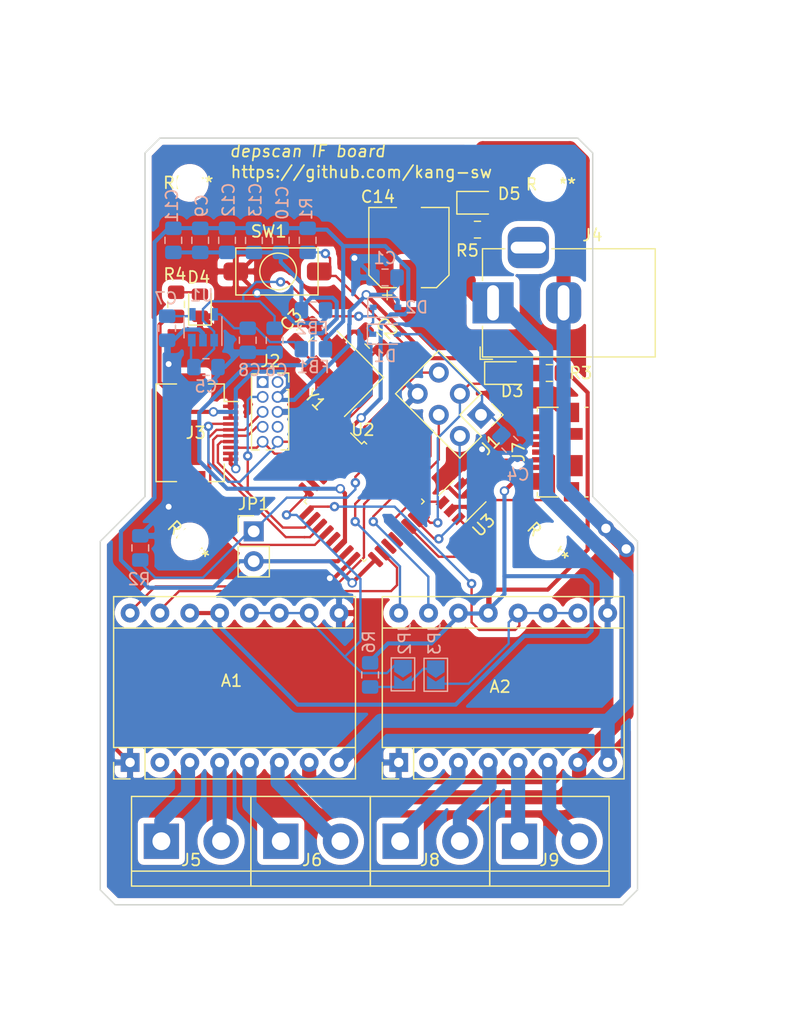
<source format=kicad_pcb>
(kicad_pcb (version 20171130) (host pcbnew "(5.1.5)-3")
  (title_block (title "Depscan IF Board") (date 2020-02-04) (rev 1.0) (company KOREATECH) (comment 1 "@author Seungwoo Kang") (comment 2 "Copyright 2020. Seungwoo Kang. All rights reserved."))
  (layers (0 F.Cu signal) (31 B.Cu signal) (34 B.Paste user) (35 F.Paste user) (36 B.SilkS user) (37 F.SilkS user) (38 B.Mask user) (39 F.Mask user) (44 Edge.Cuts user))
  (net 0 "")
  (net 1 /MOT_DIR_1)
  (net 2 +15V)
  (net 3 /MOT1_STEP)
  (net 4 GND)
  (net 5 VCC)
  (net 6 "Net-(A1-Pad6)")
  (net 7 "Net-(A1-Pad5)")
  (net 8 /MOTuCONF1)
  (net 9 "Net-(A1-Pad4)")
  (net 10 "Net-(A1-Pad3)")
  (net 11 "Net-(A1-Pad2)")
  (net 12 /MOT_DIR_2)
  (net 13 /MOT2_STEP)
  (net 14 "Net-(A2-Pad6)")
  (net 15 "Net-(A2-Pad5)")
  (net 16 /MOTuCONF2)
  (net 17 "Net-(A2-Pad4)")
  (net 18 "Net-(A2-Pad3)")
  (net 19 "Net-(A2-Pad2)")
  (net 20 /OSC_IN)
  (net 21 /OSC_OUT)
  (net 22 /STLINK_VIN)
  (net 23 "Net-(C5-Pad1)")
  (net 24 "Net-(C7-Pad1)")
  (net 25 "Net-(C8-Pad1)")
  (net 26 VSSA)
  (net 27 VDD)
  (net 28 "Net-(D3-Pad2)")
  (net 29 /SWDIO)
  (net 30 "Net-(D4-Pad2)")
  (net 31 "Net-(D5-Pad2)")
  (net 32 /NRST)
  (net 33 /JTAG_SWO)
  (net 34 /SWCLK)
  (net 35 /SPI_MOSI)
  (net 36 /ARGUS_IRQ)
  (net 37 "Net-(J2-Pad7)")
  (net 38 "Net-(J2-Pad1)")
  (net 39 /SPI_MISO)
  (net 40 /SPI_SCK)
  (net 41 /ARGUS_CS)
  (net 42 "Net-(J2-Pad10)")
  (net 43 "Net-(J7-Pad6)")
  (net 44 "Net-(J7-Pad4)")
  (net 45 "Net-(J7-Pad3)")
  (net 46 "Net-(J7-Pad2)")
  (net 47 "Net-(JP2-Pad2)")
  (net 48 "Net-(U2-Pad30)")
  (net 49 "Net-(U2-Pad25)")
  (net 50 /USB_DP)
  (net 51 /USB_DM)
  (net 52 "Net-(U2-Pad20)")
  (net 53 "Net-(U2-Pad19)")
  (net 54 "Net-(U2-Pad13)")
  (net 55 "Net-(U2-Pad7)")
  (net 56 GNDPWR)
  (net 57 /BOOT0)
  (module Module:Pololu_Breakout-16_15.2x20.3mm (layer F.Cu) (at 46.63 170.776 90)
    (fp_text reference A2 (at 6.438 8.636 180) (layer F.SilkS))
    (fp_text value DRV8825_MOT1)
    (pad 16 thru_hole oval (at 12.7 0 90) (size 1.6 1.6) (drill 0.8) (layers *.Cu *.Mask) (net 12 /MOT_DIR_2))
    (pad 8 thru_hole oval (at 0 17.78 90) (size 1.6 1.6) (drill 0.8) (layers *.Cu *.Mask) (net 2 +15V))
    (pad 15 thru_hole oval (at 12.7 2.54 90) (size 1.6 1.6) (drill 0.8) (layers *.Cu *.Mask) (net 13 /MOT2_STEP))
    (pad 7 thru_hole oval (at 0 15.24 90) (size 1.6 1.6) (drill 0.8) (layers *.Cu *.Mask) (net 56 GNDPWR))
    (pad 14 thru_hole oval (at 12.7 5.08 90) (size 1.6 1.6) (drill 0.8) (layers *.Cu *.Mask) (net 5 VCC))
    (pad 6 thru_hole oval (at 0 12.7 90) (size 1.6 1.6) (drill 0.8) (layers *.Cu *.Mask) (net 14 "Net-(A2-Pad6)"))
    (pad 13 thru_hole oval (at 12.7 7.62 90) (size 1.6 1.6) (drill 0.8) (layers *.Cu *.Mask) (net 5 VCC))
    (pad 5 thru_hole oval (at 0 10.16 90) (size 1.6 1.6) (drill 0.8) (layers *.Cu *.Mask) (net 15 "Net-(A2-Pad5)"))
    (pad 12 thru_hole oval (at 12.7 10.16 90) (size 1.6 1.6) (drill 0.8) (layers *.Cu *.Mask) (net 16 /MOTuCONF2))
    (pad 4 thru_hole oval (at 0 7.62 90) (size 1.6 1.6) (drill 0.8) (layers *.Cu *.Mask) (net 17 "Net-(A2-Pad4)"))
    (pad 11 thru_hole oval (at 12.7 12.7 90) (size 1.6 1.6) (drill 0.8) (layers *.Cu *.Mask) (net 16 /MOTuCONF2))
    (pad 3 thru_hole oval (at 0 5.08 90) (size 1.6 1.6) (drill 0.8) (layers *.Cu *.Mask) (net 18 "Net-(A2-Pad3)"))
    (pad 10 thru_hole oval (at 12.7 15.24 90) (size 1.6 1.6) (drill 0.8) (layers *.Cu *.Mask) (net 16 /MOTuCONF2))
    (pad 2 thru_hole oval (at 0 2.54 90) (size 1.6 1.6) (drill 0.8) (layers *.Cu *.Mask) (net 19 "Net-(A2-Pad2)"))
    (pad 9 thru_hole oval (at 12.7 17.78 90) (size 1.6 1.6) (drill 0.8) (layers *.Cu *.Mask) (net 4 GND))
    (pad 1 thru_hole rect (at 0 0 90) (size 1.6 1.6) (drill 0.8) (layers *.Cu *.Mask) (net 4 GND))
  )
  (module Capacitor_SMD:C_0805_2012Metric_Pad1.15x1.40mm_HandSolder (layer B.Cu) (at 33.782 134.883 270)
    (fp_text reference C8 (at 2.531 -0.148 180) (layer B.SilkS) (effects (justify mirror)))
    (fp_text value 100nF)
    (pad 2 smd roundrect (at 1.025 0 270) (size 1.15 1.4) (layers B.Cu B.Paste B.Mask) (roundrect_rratio 0.217391) (net 4 GND))
    (pad 1 smd roundrect (at -1.025 0 270) (size 1.15 1.4) (layers B.Cu B.Paste B.Mask) (roundrect_rratio 0.217391) (net 25 "Net-(C8-Pad1)"))
  )
  (module Crystal:Crystal_SMD_SeikoEpson_FA238V-4Pin_3.2x2.5mm_HandSoldering (layer F.Cu) (at 41.697868 137.720101 135)
    (fp_text reference Y1 (at -0.038206 -3.121005 135) (layer F.SilkS))
    (fp_text value 24MHz)
    (pad 4 smd rect (at -1.55 -1.25 135) (size 2.1 1.8) (layers F.Cu F.Paste F.Mask) (net 4 GND))
    (pad 3 smd rect (at 1.55 -1.25 135) (size 2.1 1.8) (layers F.Cu F.Paste F.Mask) (net 21 /OSC_OUT))
    (pad 2 smd rect (at 1.55 1.25 135) (size 2.1 1.8) (layers F.Cu F.Paste F.Mask) (net 4 GND))
    (pad 1 smd rect (at -1.55 1.25 135) (size 2.1 1.8) (layers F.Cu F.Paste F.Mask) (net 20 /OSC_IN))
  )
  (module Package_TO_SOT_SMD:SOT-23-6 (layer F.Cu) (at 51.816 148.574183 225)
    (fp_text reference U3 (at 0 -2.9 45) (layer F.SilkS))
    (fp_text value USBLC6-2SC6)
    (pad 5 smd rect (at 1.1 0 225) (size 1.06 0.65) (layers F.Cu F.Paste F.Mask) (net 5 VCC))
    (pad 6 smd rect (at 1.1 -0.95 225) (size 1.06 0.65) (layers F.Cu F.Paste F.Mask) (net 50 /USB_DP))
    (pad 4 smd rect (at 1.1 0.95 225) (size 1.06 0.65) (layers F.Cu F.Paste F.Mask) (net 51 /USB_DM))
    (pad 3 smd rect (at -1.1 0.95 225) (size 1.06 0.65) (layers F.Cu F.Paste F.Mask) (net 46 "Net-(J7-Pad2)"))
    (pad 2 smd rect (at -1.1 0 225) (size 1.06 0.65) (layers F.Cu F.Paste F.Mask) (net 4 GND))
    (pad 1 smd rect (at -1.1 -0.95 225) (size 1.06 0.65) (layers F.Cu F.Paste F.Mask) (net 45 "Net-(J7-Pad3)"))
  )
  (module Package_QFP:LQFP-32_7x7mm_P0.8mm (layer F.Cu) (at 43.688 148.59 315)
    (fp_text reference U2 (at -4.385476 -4.23557 180) (layer F.SilkS))
    (fp_text value STM32G431KBTx)
    (pad 32 smd roundrect (at -2.8 -4.175 315) (size 0.5 1.5) (layers F.Cu F.Paste F.Mask) (net 4 GND))
    (pad 31 smd roundrect (at -2 -4.175 315) (size 0.5 1.5) (layers F.Cu F.Paste F.Mask) (net 57 /BOOT0))
    (pad 30 smd roundrect (at -1.2 -4.175 315) (size 0.5 1.5) (layers F.Cu F.Paste F.Mask) (net 48 "Net-(U2-Pad30)"))
    (pad 29 smd roundrect (at -0.4 -4.175 315) (size 0.5 1.5) (layers F.Cu F.Paste F.Mask) (net 12 /MOT_DIR_2))
    (pad 28 smd roundrect (at 0.4 -4.175 315) (size 0.5 1.5) (layers F.Cu F.Paste F.Mask) (net 1 /MOT_DIR_1))
    (pad 27 smd roundrect (at 1.2 -4.175 315) (size 0.5 1.5) (layers F.Cu F.Paste F.Mask) (net 13 /MOT2_STEP))
    (pad 26 smd roundrect (at 2 -4.175 315) (size 0.5 1.5) (layers F.Cu F.Paste F.Mask) (net 33 /JTAG_SWO))
    (pad 25 smd roundrect (at 2.8 -4.175 315) (size 0.5 1.5) (layers F.Cu F.Paste F.Mask) (net 49 "Net-(U2-Pad25)"))
    (pad 24 smd roundrect (at 4.175 -2.8 315) (size 1.5 0.5) (layers F.Cu F.Paste F.Mask) (net 29 /SWDIO))
    (pad 23 smd roundrect (at 4.175 -2 315) (size 1.5 0.5) (layers F.Cu F.Paste F.Mask) (net 34 /SWCLK))
    (pad 22 smd roundrect (at 4.175 -1.2 315) (size 1.5 0.5) (layers F.Cu F.Paste F.Mask) (net 50 /USB_DP))
    (pad 21 smd roundrect (at 4.175 -0.4 315) (size 1.5 0.5) (layers F.Cu F.Paste F.Mask) (net 51 /USB_DM))
    (pad 20 smd roundrect (at 4.175 0.4 315) (size 1.5 0.5) (layers F.Cu F.Paste F.Mask) (net 52 "Net-(U2-Pad20)"))
    (pad 19 smd roundrect (at 4.175 1.2 315) (size 1.5 0.5) (layers F.Cu F.Paste F.Mask) (net 53 "Net-(U2-Pad19)"))
    (pad 18 smd roundrect (at 4.175 2 315) (size 1.5 0.5) (layers F.Cu F.Paste F.Mask) (net 3 /MOT1_STEP))
    (pad 17 smd roundrect (at 4.175 2.8 315) (size 1.5 0.5) (layers F.Cu F.Paste F.Mask) (net 27 VDD))
    (pad 16 smd roundrect (at 2.8 4.175 315) (size 0.5 1.5) (layers F.Cu F.Paste F.Mask) (net 4 GND))
    (pad 15 smd roundrect (at 2 4.175 315) (size 0.5 1.5) (layers F.Cu F.Paste F.Mask) (net 27 VDD))
    (pad 14 smd roundrect (at 1.2 4.175 315) (size 0.5 1.5) (layers F.Cu F.Paste F.Mask) (net 26 VSSA))
    (pad 13 smd roundrect (at 0.4 4.175 315) (size 0.5 1.5) (layers F.Cu F.Paste F.Mask) (net 54 "Net-(U2-Pad13)"))
    (pad 12 smd roundrect (at -0.4 4.175 315) (size 0.5 1.5) (layers F.Cu F.Paste F.Mask) (net 35 /SPI_MOSI))
    (pad 11 smd roundrect (at -1.2 4.175 315) (size 0.5 1.5) (layers F.Cu F.Paste F.Mask) (net 39 /SPI_MISO))
    (pad 10 smd roundrect (at -2 4.175 315) (size 0.5 1.5) (layers F.Cu F.Paste F.Mask) (net 40 /SPI_SCK))
    (pad 9 smd roundrect (at -2.8 4.175 315) (size 0.5 1.5) (layers F.Cu F.Paste F.Mask) (net 16 /MOTuCONF2))
    (pad 8 smd roundrect (at -4.175 2.8 315) (size 1.5 0.5) (layers F.Cu F.Paste F.Mask) (net 8 /MOTuCONF1))
    (pad 7 smd roundrect (at -4.175 2 315) (size 1.5 0.5) (layers F.Cu F.Paste F.Mask) (net 55 "Net-(U2-Pad7)"))
    (pad 6 smd roundrect (at -4.175 1.2 315) (size 1.5 0.5) (layers F.Cu F.Paste F.Mask) (net 36 /ARGUS_IRQ))
    (pad 5 smd roundrect (at -4.175 0.4 315) (size 1.5 0.5) (layers F.Cu F.Paste F.Mask) (net 41 /ARGUS_CS))
    (pad 4 smd roundrect (at -4.175 -0.4 315) (size 1.5 0.5) (layers F.Cu F.Paste F.Mask) (net 32 /NRST))
    (pad 3 smd roundrect (at -4.175 -1.2 315) (size 1.5 0.5) (layers F.Cu F.Paste F.Mask) (net 21 /OSC_OUT))
    (pad 2 smd roundrect (at -4.175 -2 315) (size 1.5 0.5) (layers F.Cu F.Paste F.Mask) (net 20 /OSC_IN))
    (pad 1 smd roundrect (at -4.175 -2.8 315) (size 1.5 0.5) (layers F.Cu F.Paste F.Mask) (net 27 VDD))
  )
  (module Package_TO_SOT_SMD:SOT-23-5 (layer B.Cu) (at 29.972 133.774 90)
    (fp_text reference U1 (at 2.71 -0.106 180) (layer B.SilkS) (effects (justify mirror)))
    (fp_text value LD3985M33R_SOT23)
    (pad 5 smd rect (at 1.1 0.95 90) (size 1.06 0.65) (layers B.Cu B.Paste B.Mask) (net 25 "Net-(C8-Pad1)"))
    (pad 4 smd rect (at 1.1 -0.95 90) (size 1.06 0.65) (layers B.Cu B.Paste B.Mask) (net 24 "Net-(C7-Pad1)"))
    (pad 3 smd rect (at -1.1 -0.95 90) (size 1.06 0.65) (layers B.Cu B.Paste B.Mask) (net 23 "Net-(C5-Pad1)"))
    (pad 2 smd rect (at -1.1 0 90) (size 1.06 0.65) (layers B.Cu B.Paste B.Mask) (net 4 GND))
    (pad 1 smd rect (at -1.1 0.95 90) (size 1.06 0.65) (layers B.Cu B.Paste B.Mask) (net 23 "Net-(C5-Pad1)"))
  )
  (module Button_Switch_SMD:SW_SMD_TS1107 (layer F.Cu) (at 32.766 129.032)
    (fp_text reference SW1 (at 2.8 -3.4) (layer F.SilkS))
    (fp_text value SW_RESET)
    (pad 1 smd roundrect (at 0 0) (size 2.1 1.524) (layers F.Cu F.Paste F.Mask) (net 4 GND))
    (pad 2 smd roundrect (at 7.1 0) (size 2.1 1.524) (layers F.Cu F.Paste F.Mask) (net 32 /NRST))
  )
  (module Resistor_SMD:R_0805_2012Metric_Pad1.15x1.40mm_HandSolder (layer B.Cu) (at 44.196 163.330999 270)
    (fp_text reference R6 (at -2.802999 0.106 90) (layer B.SilkS) (effects (justify mirror)))
    (fp_text value 22k)
    (pad 2 smd roundrect (at 1.025 0 270) (size 1.15 1.4) (layers B.Cu B.Paste B.Mask) (roundrect_rratio 0.217391) (net 47 "Net-(JP2-Pad2)"))
    (pad 1 smd roundrect (at -1.025 0 270) (size 1.15 1.4) (layers B.Cu B.Paste B.Mask) (roundrect_rratio 0.217391) (net 5 VCC))
  )
  (module Resistor_SMD:R_0805_2012Metric_Pad1.15x1.40mm_HandSolder (layer F.Cu) (at 53.331 125.476)
    (fp_text reference R5 (at -0.859 1.778) (layer F.SilkS))
    (fp_text value 1k)
    (pad 2 smd roundrect (at 1.025 0) (size 1.15 1.4) (layers F.Cu F.Paste F.Mask) (roundrect_rratio 0.217391) (net 31 "Net-(D5-Pad2)"))
    (pad 1 smd roundrect (at -1.025 0) (size 1.15 1.4) (layers F.Cu F.Paste F.Mask) (roundrect_rratio 0.217391) (net 2 +15V))
  )
  (module Resistor_SMD:R_0805_2012Metric_Pad1.15x1.40mm_HandSolder (layer F.Cu) (at 27.686 131.826 90)
    (fp_text reference R4 (at 2.54 -0.106 180) (layer F.SilkS))
    (fp_text value 300)
    (pad 2 smd roundrect (at 1.025 0 90) (size 1.15 1.4) (layers F.Cu F.Paste F.Mask) (roundrect_rratio 0.217391) (net 30 "Net-(D4-Pad2)"))
    (pad 1 smd roundrect (at -1.025 0 90) (size 1.15 1.4) (layers F.Cu F.Paste F.Mask) (roundrect_rratio 0.217391) (net 5 VCC))
  )
  (module Resistor_SMD:R_0805_2012Metric_Pad1.15x1.40mm_HandSolder (layer F.Cu) (at 59.444999 137.668 180)
    (fp_text reference R3 (at -2.679001 0) (layer F.SilkS))
    (fp_text value 300)
    (pad 2 smd roundrect (at 1.025 0 180) (size 1.15 1.4) (layers F.Cu F.Paste F.Mask) (roundrect_rratio 0.217391) (net 28 "Net-(D3-Pad2)"))
    (pad 1 smd roundrect (at -1.025 0 180) (size 1.15 1.4) (layers F.Cu F.Paste F.Mask) (roundrect_rratio 0.217391) (net 5 VCC))
  )
  (module Resistor_SMD:R_0805_2012Metric_Pad1.15x1.40mm_HandSolder (layer B.Cu) (at 24.638 152.536 270)
    (fp_text reference R2 (at 2.658 0.106 180) (layer B.SilkS) (effects (justify mirror)))
    (fp_text value 22k)
    (pad 2 smd roundrect (at 1.025 0 270) (size 1.15 1.4) (layers B.Cu B.Paste B.Mask) (roundrect_rratio 0.217391) (net 57 /BOOT0))
    (pad 1 smd roundrect (at -1.025 0 270) (size 1.15 1.4) (layers B.Cu B.Paste B.Mask) (roundrect_rratio 0.217391) (net 4 GND))
  )
  (module Resistor_SMD:R_0805_2012Metric_Pad1.15x1.40mm_HandSolder (layer B.Cu) (at 38.880051 126.386789 270)
    (fp_text reference R1 (at -2.688789 0.124051 270) (layer B.SilkS) (effects (justify mirror)))
    (fp_text value 22k)
    (pad 2 smd roundrect (at 1.025 0 270) (size 1.15 1.4) (layers B.Cu B.Paste B.Mask) (roundrect_rratio 0.217391) (net 32 /NRST))
    (pad 1 smd roundrect (at -1.025 0 270) (size 1.15 1.4) (layers B.Cu B.Paste B.Mask) (roundrect_rratio 0.217391) (net 27 VDD))
  )
  (module Jumper:SolderJumper-2_P1.3mm_Open_TrianglePad1.0x1.5mm (layer B.Cu) (at 49.784 163.322 270)
    (fp_text reference JP3 (at -3.048 0.106 270) (layer B.SilkS) (effects (justify mirror)))
    (fp_text value CONF_FIX_JP)
    (pad 1 smd custom (at -0.725 0 270) (size 0.3 0.3) (layers B.Cu B.Mask) (net 47 "Net-(JP2-Pad2)") (options (clearance outline) (anchor rect)) (primitives (gr_poly (pts (xy -0.5 0.75) (xy 0.5 0.75) (xy 1 0) (xy 0.5 -0.75) (xy -0.5 -0.75)) (width 0))))
    (pad 2 smd custom (at 0.725 0 270) (size 0.3 0.3) (layers B.Cu B.Mask) (net 16 /MOTuCONF2) (options (clearance outline) (anchor rect)) (primitives (gr_poly (pts (xy -0.65 0.75) (xy 0.5 0.75) (xy 0.5 -0.75) (xy -0.65 -0.75) (xy -0.15 0)) (width 0))))
  )
  (module Jumper:SolderJumper-2_P1.3mm_Open_TrianglePad1.0x1.5mm (layer B.Cu) (at 46.99 163.284999 270)
    (fp_text reference JP2 (at -3.010999 -0.148 90) (layer B.SilkS) (effects (justify mirror)))
    (fp_text value CONF_FIX_JP)
    (pad 1 smd custom (at -0.725 0 270) (size 0.3 0.3) (layers B.Cu B.Mask) (net 8 /MOTuCONF1) (options (clearance outline) (anchor rect)) (primitives (gr_poly (pts (xy -0.5 0.75) (xy 0.5 0.75) (xy 1 0) (xy 0.5 -0.75) (xy -0.5 -0.75)) (width 0))))
    (pad 2 smd custom (at 0.725 0 270) (size 0.3 0.3) (layers B.Cu B.Mask) (net 47 "Net-(JP2-Pad2)") (options (clearance outline) (anchor rect)) (primitives (gr_poly (pts (xy -0.65 0.75) (xy 0.5 0.75) (xy 0.5 -0.75) (xy -0.65 -0.75) (xy -0.15 0)) (width 0))))
  )
  (module Connector_PinHeader_2.54mm:PinHeader_1x02_P2.54mm_Vertical (layer F.Cu) (at 34.29 151.13)
    (fp_text reference JP1 (at 0 -2.33) (layer F.SilkS))
    (fp_text value BOOT0_JP)
    (pad 2 thru_hole oval (at 0 2.54) (size 1.7 1.7) (drill 1) (layers *.Cu *.Mask) (net 27 VDD))
    (pad 1 thru_hole rect (at 0 0) (size 1.7 1.7) (drill 1) (layers *.Cu *.Mask) (net 57 /BOOT0))
  )
  (module Connector_USB:USB_Micro-B_Molex_47346-0001 (layer F.Cu) (at 60.134 144.392 90)
    (fp_text reference J7 (at 0 -3.3 270) (layer F.SilkS))
    (fp_text value USB_B_Micro)
    (pad 6 smd rect (at 1.55 1.2 90) (size 1 1.9) (layers F.Cu F.Paste F.Mask) (net 43 "Net-(J7-Pad6)"))
    (pad 6 smd rect (at -1.15 1.2 90) (size 1.8 1.9) (layers F.Cu F.Paste F.Mask) (net 43 "Net-(J7-Pad6)"))
    (pad 6 smd rect (at 3.375 1.2 90) (size 1.65 1.3) (layers F.Cu F.Paste F.Mask) (net 43 "Net-(J7-Pad6)"))
    (pad 6 smd rect (at -3.375 1.2 90) (size 1.65 1.3) (layers F.Cu F.Paste F.Mask) (net 43 "Net-(J7-Pad6)"))
    (pad 6 smd rect (at 2.4875 -1.375 90) (size 1.425 1.55) (layers F.Cu F.Paste F.Mask) (net 43 "Net-(J7-Pad6)"))
    (pad 6 smd rect (at -2.4875 -1.375 90) (size 1.425 1.55) (layers F.Cu F.Paste F.Mask) (net 43 "Net-(J7-Pad6)"))
    (pad 5 smd rect (at 1.3 -1.46 90) (size 0.45 1.38) (layers F.Cu F.Paste F.Mask) (net 4 GND))
    (pad 4 smd rect (at 0.65 -1.46 90) (size 0.45 1.38) (layers F.Cu F.Paste F.Mask) (net 44 "Net-(J7-Pad4)"))
    (pad 3 smd rect (at 0 -1.46 90) (size 0.45 1.38) (layers F.Cu F.Paste F.Mask) (net 45 "Net-(J7-Pad3)"))
    (pad 2 smd rect (at -0.65 -1.46 90) (size 0.45 1.38) (layers F.Cu F.Paste F.Mask) (net 46 "Net-(J7-Pad2)"))
    (pad 1 smd rect (at -1.3 -1.46 90) (size 0.45 1.38) (layers F.Cu F.Paste F.Mask) (net 5 VCC))
  )
  (module Connector_BarrelJack:BarrelJack_Horizontal (layer F.Cu) (at 54.658 131.7 180)
    (fp_text reference J4 (at -8.45 5.75) (layer F.SilkS))
    (fp_text value VMOT_IN_5mm)
    (pad 3 thru_hole roundrect (at -3 4.7 180) (size 3.5 3.5) (drill oval 3 1) (layers *.Cu *.Mask))
    (pad 2 thru_hole roundrect (at -6 0 180) (size 3 3.5) (drill oval 1 3) (layers *.Cu *.Mask) (net 56 GNDPWR))
    (pad 1 thru_hole rect (at 0 0 180) (size 3.5 3.5) (drill oval 1 3) (layers *.Cu *.Mask) (net 2 +15V))
  )
  (module Connector_FFC-FPC:Hirose_FH12-10S-0.5SH_1x10-1MP_P0.50mm_Horizontal (layer F.Cu) (at 30.48 142.748 270)
    (fp_text reference J3 (at 0 1.122) (layer F.SilkS))
    (fp_text value ARGUS_SPI_FFC_CONN)
    (pad 10 smd rect (at 2.25 -1.85 270) (size 0.3 1.3) (layers F.Cu F.Paste F.Mask) (net 5 VCC))
    (pad 9 smd rect (at 1.75 -1.85 270) (size 0.3 1.3) (layers F.Cu F.Paste F.Mask) (net 5 VCC))
    (pad 8 smd rect (at 1.25 -1.85 270) (size 0.3 1.3) (layers F.Cu F.Paste F.Mask) (net 36 /ARGUS_IRQ))
    (pad 7 smd rect (at 0.75 -1.85 270) (size 0.3 1.3) (layers F.Cu F.Paste F.Mask) (net 40 /SPI_SCK))
    (pad 6 smd rect (at 0.25 -1.85 270) (size 0.3 1.3) (layers F.Cu F.Paste F.Mask) (net 39 /SPI_MISO))
    (pad 5 smd rect (at -0.25 -1.85 270) (size 0.3 1.3) (layers F.Cu F.Paste F.Mask) (net 35 /SPI_MOSI))
    (pad 4 smd rect (at -0.75 -1.85 270) (size 0.3 1.3) (layers F.Cu F.Paste F.Mask) (net 41 /ARGUS_CS))
    (pad 3 smd rect (at -1.25 -1.85 270) (size 0.3 1.3) (layers F.Cu F.Paste F.Mask) (net 4 GND))
    (pad 2 smd rect (at -1.75 -1.85 270) (size 0.3 1.3) (layers F.Cu F.Paste F.Mask) (net 4 GND))
    (pad 1 smd rect (at -2.25 -1.85 270) (size 0.3 1.3) (layers F.Cu F.Paste F.Mask) (net 4 GND))
    (pad MP smd rect (at -4.15 1.4 270) (size 1.8 2.2) (layers F.Cu F.Paste F.Mask))
    (pad MP smd rect (at 4.15 1.4 270) (size 1.8 2.2) (layers F.Cu F.Paste F.Mask))
  )
  (module Connector_PinHeader_1.27mm:CONN02x05CLOCKWISE (layer F.Cu) (at 35.56 141.478)
    (fp_text reference J2 (at 0.148 -4.826) (layer F.SilkS))
    (fp_text value ARGUS_SPI_LEGACY_CONN)
    (pad 8 thru_hole oval (at 0.762 -0.508) (size 1 1) (drill 0.7) (layers *.Cu *.Mask) (net 4 GND))
    (pad 9 thru_hole oval (at 0.762 -1.778) (size 1 1) (drill 0.7) (layers *.Cu *.Mask) (net 5 VCC))
    (pad 3 thru_hole oval (at -0.508 -0.508) (size 1 1) (drill 0.7) (layers *.Cu *.Mask) (net 35 /SPI_MOSI))
    (pad 5 thru_hole oval (at -0.508 2.032) (size 1 1) (drill 0.7) (layers *.Cu *.Mask) (net 36 /ARGUS_IRQ))
    (pad 7 thru_hole oval (at 0.762 0.762) (size 1 1) (drill 0.7) (layers *.Cu *.Mask) (net 37 "Net-(J2-Pad7)"))
    (pad 1 thru_hole rect (at -0.508 -3.048) (size 1 1) (drill 0.7) (layers *.Cu *.Mask) (net 38 "Net-(J2-Pad1)"))
    (pad 4 thru_hole oval (at -0.508 0.762) (size 1 1) (drill 0.7) (layers *.Cu *.Mask) (net 39 /SPI_MISO))
    (pad 2 thru_hole oval (at -0.508 -1.778) (size 1 1) (drill 0.7) (layers *.Cu *.Mask) (net 40 /SPI_SCK))
    (pad 6 thru_hole oval (at 0.762 2.032) (size 1 1) (drill 0.7) (layers *.Cu *.Mask) (net 41 /ARGUS_CS))
    (pad 10 thru_hole oval (at 0.762 -3.048) (size 1 1) (drill 0.7) (layers *.Cu *.Mask) (net 42 "Net-(J2-Pad10)"))
  )
  (module Connector_PinHeader_2.54mm:PinHeader_2x03_P2.54mm_Vertical (layer F.Cu) (at 53.630102 141.224 225)
    (fp_text reference J1 (at 1.27 -2.33 45) (layer F.SilkS))
    (fp_text value SWD_CONN)
    (pad 6 thru_hole oval (at 2.54 5.08 225) (size 1.7 1.7) (drill 1) (layers *.Cu *.Mask) (net 4 GND))
    (pad 5 thru_hole oval (at 0 5.08 225) (size 1.7 1.7) (drill 1) (layers *.Cu *.Mask) (net 32 /NRST))
    (pad 4 thru_hole oval (at 2.54 2.54 225) (size 1.7 1.7) (drill 1) (layers *.Cu *.Mask) (net 33 /JTAG_SWO))
    (pad 3 thru_hole oval (at 0 2.54 225) (size 1.7 1.7) (drill 1) (layers *.Cu *.Mask) (net 29 /SWDIO))
    (pad 2 thru_hole oval (at 2.54 0 225) (size 1.7 1.7) (drill 1) (layers *.Cu *.Mask) (net 34 /SWCLK))
    (pad 1 thru_hole rect (at 0 0 225) (size 1.7 1.7) (drill 1) (layers *.Cu *.Mask) (net 22 /STLINK_VIN))
  )
  (module Inductor_SMD:L_0805_2012Metric_Pad1.15x1.40mm_HandSolder (layer B.Cu) (at 39.379 132.334)
    (fp_text reference FB2 (at -0.115 1.524) (layer B.SilkS) (effects (justify mirror)))
    (fp_text value Ferrite_Bead_2012)
    (pad 2 smd roundrect (at 1.025 0) (size 1.15 1.4) (layers B.Cu B.Paste B.Mask) (roundrect_rratio 0.217391) (net 4 GND))
    (pad 1 smd roundrect (at -1.025 0) (size 1.15 1.4) (layers B.Cu B.Paste B.Mask) (roundrect_rratio 0.217391) (net 26 VSSA))
  )
  (module Inductor_SMD:L_0805_2012Metric_Pad1.15x1.40mm_HandSolder (layer B.Cu) (at 39.37 135.636 180)
    (fp_text reference FB1 (at 0 -1.524) (layer B.SilkS) (effects (justify mirror)))
    (fp_text value Ferrite_Bead_2012)
    (pad 2 smd roundrect (at 1.025 0 180) (size 1.15 1.4) (layers B.Cu B.Paste B.Mask) (roundrect_rratio 0.217391) (net 25 "Net-(C8-Pad1)"))
    (pad 1 smd roundrect (at -1.025 0 180) (size 1.15 1.4) (layers B.Cu B.Paste B.Mask) (roundrect_rratio 0.217391) (net 27 VDD))
  )
  (module LED_SMD:LED_0805_2012Metric (layer F.Cu) (at 53.261501 123.19)
    (fp_text reference D5 (at 2.766499 -0.762) (layer F.SilkS))
    (fp_text value LED_R)
    (pad 2 smd roundrect (at 0.9375 0) (size 0.975 1.4) (layers F.Cu F.Paste F.Mask) (net 31 "Net-(D5-Pad2)"))
    (pad 1 smd roundrect (at -0.9375 0) (size 0.975 1.4) (layers F.Cu F.Paste F.Mask) (net 56 GNDPWR))
  )
  (module LED_SMD:LED_0805_2012Metric (layer F.Cu) (at 29.718 131.904499 90)
    (fp_text reference D4 (at 2.364499 -0.106 180) (layer F.SilkS))
    (fp_text value LED_Y)
    (pad 2 smd roundrect (at 0.9375 0 90) (size 0.975 1.4) (layers F.Cu F.Paste F.Mask) (net 30 "Net-(D4-Pad2)"))
    (pad 1 smd roundrect (at -0.9375 0 90) (size 0.975 1.4) (layers F.Cu F.Paste F.Mask) (net 4 GND))
  )
  (module LED_SMD:LED_0805_2012Metric (layer F.Cu) (at 55.626 137.668)
    (fp_text reference D3 (at 0.656 1.524) (layer F.SilkS))
    (fp_text value LED_G)
    (pad 2 smd roundrect (at 0.9375 0) (size 0.975 1.4) (layers F.Cu F.Paste F.Mask) (net 28 "Net-(D3-Pad2)"))
    (pad 1 smd roundrect (at -0.9375 0) (size 0.975 1.4) (layers F.Cu F.Paste F.Mask) (net 29 /SWDIO))
  )
  (module Diode_SMD:D_SOD-323 (layer B.Cu) (at 45.5 132.08)
    (fp_text reference D2 (at 2.654 0) (layer B.SilkS) (effects (justify mirror)))
    (fp_text value BAT60JFILM)
    (pad 1 smd rect (at -1.05 0) (size 0.6 0.45) (layers B.Cu B.Paste B.Mask) (net 23 "Net-(C5-Pad1)"))
    (pad 2 smd rect (at 1.05 0) (size 0.6 0.45) (layers B.Cu B.Paste B.Mask) (net 5 VCC))
  )
  (module Diode_SMD:D_SOD-323 (layer B.Cu) (at 45.466 134.366)
    (fp_text reference D1 (at 0 1.85) (layer B.SilkS) (effects (justify mirror)))
    (fp_text value BAT60JFILM)
    (pad 2 smd rect (at 1.05 0) (size 0.6 0.45) (layers B.Cu B.Paste B.Mask) (net 22 /STLINK_VIN))
    (pad 1 smd rect (at -1.05 0) (size 0.6 0.45) (layers B.Cu B.Paste B.Mask) (net 23 "Net-(C5-Pad1)"))
  )
  (module Capacitor_SMD:CP_Elec_6.3x5.2 (layer F.Cu) (at 47.498 127 90)
    (fp_text reference C14 (at 4.318 -2.646 180) (layer F.SilkS))
    (fp_text value 100uF/25V)
    (pad 2 smd roundrect (at 2.8 0 90) (size 3.5 1.6) (layers F.Cu F.Paste F.Mask) (roundrect_rratio 0.15625) (net 56 GNDPWR))
    (pad 1 smd roundrect (at -2.8 0 90) (size 3.5 1.6) (layers F.Cu F.Paste F.Mask) (roundrect_rratio 0.15625) (net 2 +15V))
  )
  (module Capacitor_SMD:C_0805_2012Metric_Pad1.15x1.40mm_HandSolder (layer B.Cu) (at 34.308051 126.395789 270)
    (fp_text reference C13 (at -3.459789 -0.129949 90) (layer B.SilkS) (effects (justify mirror)))
    (fp_text value 2.2uF)
    (pad 2 smd roundrect (at 1.025 0 270) (size 1.15 1.4) (layers B.Cu B.Paste B.Mask) (roundrect_rratio 0.217391) (net 26 VSSA))
    (pad 1 smd roundrect (at -1.025 0 270) (size 1.15 1.4) (layers B.Cu B.Paste B.Mask) (roundrect_rratio 0.217391) (net 27 VDD))
  )
  (module Capacitor_SMD:C_0805_2012Metric_Pad1.15x1.40mm_HandSolder (layer B.Cu) (at 32.02205 126.386789 270)
    (fp_text reference C12 (at -3.450789 -0.12995 90) (layer B.SilkS) (effects (justify mirror)))
    (fp_text value 100nF)
    (pad 2 smd roundrect (at 1.025 0 270) (size 1.15 1.4) (layers B.Cu B.Paste B.Mask) (roundrect_rratio 0.217391) (net 26 VSSA))
    (pad 1 smd roundrect (at -1.025 0 270) (size 1.15 1.4) (layers B.Cu B.Paste B.Mask) (roundrect_rratio 0.217391) (net 27 VDD))
  )
  (module Capacitor_SMD:C_0805_2012Metric_Pad1.15x1.40mm_HandSolder (layer B.Cu) (at 27.450051 126.38679 270)
    (fp_text reference C11 (at -2.94279 0.124051 90) (layer B.SilkS) (effects (justify mirror)))
    (fp_text value 100nF)
    (pad 2 smd roundrect (at 1.025 0 270) (size 1.15 1.4) (layers B.Cu B.Paste B.Mask) (roundrect_rratio 0.217391) (net 26 VSSA))
    (pad 1 smd roundrect (at -1.025 0 270) (size 1.15 1.4) (layers B.Cu B.Paste B.Mask) (roundrect_rratio 0.217391) (net 27 VDD))
  )
  (module Capacitor_SMD:C_0805_2012Metric_Pad1.15x1.40mm_HandSolder (layer B.Cu) (at 36.594051 126.386789 270)
    (fp_text reference C10 (at -3.196789 -0.129949 270) (layer B.SilkS) (effects (justify mirror)))
    (fp_text value 100nF)
    (pad 2 smd roundrect (at 1.025 0 270) (size 1.15 1.4) (layers B.Cu B.Paste B.Mask) (roundrect_rratio 0.217391) (net 26 VSSA))
    (pad 1 smd roundrect (at -1.025 0 270) (size 1.15 1.4) (layers B.Cu B.Paste B.Mask) (roundrect_rratio 0.217391) (net 27 VDD))
  )
  (module Capacitor_SMD:C_0805_2012Metric_Pad1.15x1.40mm_HandSolder (layer B.Cu) (at 29.73605 126.386789 270)
    (fp_text reference C9 (at -2.942789 -0.12995 90) (layer B.SilkS) (effects (justify mirror)))
    (fp_text value 100nF)
    (pad 2 smd roundrect (at 1.025 0 270) (size 1.15 1.4) (layers B.Cu B.Paste B.Mask) (roundrect_rratio 0.217391) (net 26 VSSA))
    (pad 1 smd roundrect (at -1.025 0 270) (size 1.15 1.4) (layers B.Cu B.Paste B.Mask) (roundrect_rratio 0.217391) (net 27 VDD))
  )
  (module Capacitor_SMD:C_0805_2012Metric_Pad1.15x1.40mm_HandSolder (layer B.Cu) (at 26.924 133.858 270)
    (fp_text reference C7 (at -2.54 0.106 180) (layer B.SilkS) (effects (justify mirror)))
    (fp_text value 10nF/X7R)
    (pad 2 smd roundrect (at 1.025 0 270) (size 1.15 1.4) (layers B.Cu B.Paste B.Mask) (roundrect_rratio 0.217391) (net 4 GND))
    (pad 1 smd roundrect (at -1.025 0 270) (size 1.15 1.4) (layers B.Cu B.Paste B.Mask) (roundrect_rratio 0.217391) (net 24 "Net-(C7-Pad1)"))
  )
  (module Capacitor_SMD:C_0805_2012Metric_Pad1.15x1.40mm_HandSolder (layer B.Cu) (at 36.068 134.883 270)
    (fp_text reference C6 (at 2.531 -0.148 180) (layer B.SilkS) (effects (justify mirror)))
    (fp_text value 100nF)
    (pad 2 smd roundrect (at 1.025 0 270) (size 1.15 1.4) (layers B.Cu B.Paste B.Mask) (roundrect_rratio 0.217391) (net 4 GND))
    (pad 1 smd roundrect (at -1.025 0 270) (size 1.15 1.4) (layers B.Cu B.Paste B.Mask) (roundrect_rratio 0.217391) (net 23 "Net-(C5-Pad1)"))
  )
  (module Capacitor_SMD:C_0805_2012Metric_Pad1.15x1.40mm_HandSolder (layer B.Cu) (at 30.226 137.16)
    (fp_text reference C5 (at 0 1.65) (layer B.SilkS) (effects (justify mirror)))
    (fp_text value 1uF/25V/X5R)
    (pad 2 smd roundrect (at 1.025 0) (size 1.15 1.4) (layers B.Cu B.Paste B.Mask) (roundrect_rratio 0.217391) (net 4 GND))
    (pad 1 smd roundrect (at -1.025 0) (size 1.15 1.4) (layers B.Cu B.Paste B.Mask) (roundrect_rratio 0.217391) (net 23 "Net-(C5-Pad1)"))
  )
  (module Capacitor_SMD:C_0805_2012Metric_Pad1.15x1.40mm_HandSolder (layer B.Cu) (at 56.096784 143.726784 315)
    (fp_text reference C4 (at 2.312545 1.332189 180) (layer B.SilkS) (effects (justify mirror)))
    (fp_text value 2.2uF/15V)
    (pad 2 smd roundrect (at 1.025 0 315) (size 1.15 1.4) (layers B.Cu B.Paste B.Mask) (roundrect_rratio 0.217391) (net 4 GND))
    (pad 1 smd roundrect (at -1.025 0 315) (size 1.15 1.4) (layers B.Cu B.Paste B.Mask) (roundrect_rratio 0.217391) (net 22 /STLINK_VIN))
  )
  (module Capacitor_SMD:C_0805_2012Metric_Pad1.15x1.40mm_HandSolder (layer F.Cu) (at 38.645216 134.328784 45)
    (fp_text reference C3 (at 0 -1.65 45) (layer F.SilkS))
    (fp_text value 22pF)
    (pad 2 smd roundrect (at 1.025 0 45) (size 1.15 1.4) (layers F.Cu F.Paste F.Mask) (roundrect_rratio 0.217391) (net 4 GND))
    (pad 1 smd roundrect (at -1.025 0 45) (size 1.15 1.4) (layers F.Cu F.Paste F.Mask) (roundrect_rratio 0.217391) (net 21 /OSC_OUT))
  )
  (module Capacitor_SMD:C_0805_2012Metric_Pad1.15x1.40mm_HandSolder (layer F.Cu) (at 44.45 134.874 135)
    (fp_text reference C2 (at -0.104652 1.541493 135) (layer F.SilkS))
    (fp_text value 22pF)
    (pad 2 smd roundrect (at 1.025 0 135) (size 1.15 1.4) (layers F.Cu F.Paste F.Mask) (roundrect_rratio 0.217391) (net 4 GND))
    (pad 1 smd roundrect (at -1.025 0 135) (size 1.15 1.4) (layers F.Cu F.Paste F.Mask) (roundrect_rratio 0.217391) (net 20 /OSC_IN))
  )
  (module Capacitor_SMD:C_0805_2012Metric_Pad1.15x1.40mm_HandSolder (layer B.Cu) (at 45.466 129.54 180)
    (fp_text reference C1 (at 0 1.65) (layer B.SilkS) (effects (justify mirror)))
    (fp_text value 2.2uF/15V)
    (pad 2 smd roundrect (at 1.025 0 180) (size 1.15 1.4) (layers B.Cu B.Paste B.Mask) (roundrect_rratio 0.217391) (net 4 GND))
    (pad 1 smd roundrect (at -1.025 0 180) (size 1.15 1.4) (layers B.Cu B.Paste B.Mask) (roundrect_rratio 0.217391) (net 5 VCC))
  )
  (module MountingHole:MountingHole_2.2mm_M2 (layer F.Cu) (at 59.33 151.98)
    (fp_text reference REF** (at 0 0.127 135) (layer F.SilkS))
    (fp_text value MountingHole_2.2mm_M2)
    (pad 1 np_thru_hole circle (at 0 0) (size 2.2 2.2) (drill 2.2) (layers *.Cu *.Mask))
  )
  (module MountingHole:MountingHole_2.2mm_M2 (layer F.Cu) (at 28.85 121.5)
    (fp_text reference REF** (at -0.127 0) (layer F.SilkS))
    (fp_text value MountingHole_2.2mm_M2)
    (pad 1 np_thru_hole circle (at 0 0) (size 2.2 2.2) (drill 2.2) (layers *.Cu *.Mask))
  )
  (module MountingHole:MountingHole_2.2mm_M2 (layer F.Cu) (at 59.33 121.5)
    (fp_text reference REF** (at 0.254 0.127) (layer F.SilkS))
    (fp_text value MountingHole_2.2mm_M2)
    (pad 1 np_thru_hole circle (at 0 0) (size 2.2 2.2) (drill 2.2) (layers *.Cu *.Mask))
  )
  (module MountingHole:MountingHole_2.2mm_M2 (layer F.Cu) (at 28.85 151.98)
    (fp_text reference REF** (at -0.127 0 135) (layer F.SilkS))
    (fp_text value MountingHole_2.2mm_M2)
    (pad 1 np_thru_hole circle (at 0 0) (size 2.2 2.2) (drill 2.2) (layers *.Cu *.Mask))
  )
  (module TerminalBlock:TerminalBlock_bornier-2_P5.08mm (layer F.Cu) (at 56.912 177.476)
    (fp_text reference J9 (at 2.54 1.594) (layer F.SilkS))
    (fp_text value MOT_TERM)
    (pad 1 thru_hole rect (at 0 0) (size 3 3) (drill 1.52) (layers *.Cu *.Mask) (net 15 "Net-(A2-Pad5)"))
    (pad 2 thru_hole circle (at 5.08 0) (size 3 3) (drill 1.52) (layers *.Cu *.Mask) (net 14 "Net-(A2-Pad6)"))
  )
  (module TerminalBlock:TerminalBlock_bornier-2_P5.08mm (layer F.Cu) (at 46.752 177.476)
    (fp_text reference J8 (at 2.54 1.594) (layer F.SilkS))
    (fp_text value MOT_TERM)
    (pad 2 thru_hole rect (at 0 0) (size 3 3) (drill 1.52) (layers *.Cu *.Mask) (net 18 "Net-(A2-Pad3)"))
    (pad 1 thru_hole circle (at 5.08 0) (size 3 3) (drill 1.52) (layers *.Cu *.Mask) (net 17 "Net-(A2-Pad4)"))
  )
  (module TerminalBlock:TerminalBlock_bornier-2_P5.08mm (layer F.Cu) (at 36.592 177.476)
    (fp_text reference J6 (at 2.672 1.594) (layer F.SilkS))
    (fp_text value MOT_TERM)
    (pad 2 thru_hole circle (at 5.08 0) (size 3 3) (drill 1.52) (layers *.Cu *.Mask) (net 6 "Net-(A1-Pad6)"))
    (pad 1 thru_hole rect (at 0 0) (size 3 3) (drill 1.52) (layers *.Cu *.Mask) (net 7 "Net-(A1-Pad5)"))
  )
  (module TerminalBlock:TerminalBlock_bornier-2_P5.08mm (layer F.Cu) (at 26.432 177.476)
    (fp_text reference J5 (at 2.54 1.594) (layer F.SilkS))
    (fp_text value MOT_TERM)
    (pad 1 thru_hole circle (at 5.08 0) (size 3 3) (drill 1.52) (layers *.Cu *.Mask) (net 9 "Net-(A1-Pad4)"))
    (pad 2 thru_hole rect (at 0 0) (size 3 3) (drill 1.52) (layers *.Cu *.Mask) (net 10 "Net-(A1-Pad3)"))
  )
  (module Module:Pololu_Breakout-16_15.2x20.3mm (layer F.Cu) (at 23.77 170.776 90)
    (fp_text reference A1 (at 6.946 8.636 180) (layer F.SilkS))
    (fp_text value DRV8825_MOT2)
    (pad 16 thru_hole oval (at 12.7 0 90) (size 1.6 1.6) (drill 0.8) (layers *.Cu *.Mask) (net 1 /MOT_DIR_1))
    (pad 8 thru_hole oval (at 0 17.78 90) (size 1.6 1.6) (drill 0.8) (layers *.Cu *.Mask) (net 2 +15V))
    (pad 15 thru_hole oval (at 12.7 2.54 90) (size 1.6 1.6) (drill 0.8) (layers *.Cu *.Mask) (net 3 /MOT1_STEP))
    (pad 7 thru_hole oval (at 0 15.24 90) (size 1.6 1.6) (drill 0.8) (layers *.Cu *.Mask) (net 56 GNDPWR))
    (pad 14 thru_hole oval (at 12.7 5.08 90) (size 1.6 1.6) (drill 0.8) (layers *.Cu *.Mask) (net 5 VCC))
    (pad 6 thru_hole oval (at 0 12.7 90) (size 1.6 1.6) (drill 0.8) (layers *.Cu *.Mask) (net 6 "Net-(A1-Pad6)"))
    (pad 13 thru_hole oval (at 12.7 7.62 90) (size 1.6 1.6) (drill 0.8) (layers *.Cu *.Mask) (net 5 VCC))
    (pad 5 thru_hole oval (at 0 10.16 90) (size 1.6 1.6) (drill 0.8) (layers *.Cu *.Mask) (net 7 "Net-(A1-Pad5)"))
    (pad 12 thru_hole oval (at 12.7 10.16 90) (size 1.6 1.6) (drill 0.8) (layers *.Cu *.Mask) (net 8 /MOTuCONF1))
    (pad 4 thru_hole oval (at 0 7.62 90) (size 1.6 1.6) (drill 0.8) (layers *.Cu *.Mask) (net 9 "Net-(A1-Pad4)"))
    (pad 11 thru_hole oval (at 12.7 12.7 90) (size 1.6 1.6) (drill 0.8) (layers *.Cu *.Mask) (net 8 /MOTuCONF1))
    (pad 3 thru_hole oval (at 0 5.08 90) (size 1.6 1.6) (drill 0.8) (layers *.Cu *.Mask) (net 10 "Net-(A1-Pad3)"))
    (pad 10 thru_hole oval (at 12.7 15.24 90) (size 1.6 1.6) (drill 0.8) (layers *.Cu *.Mask) (net 8 /MOTuCONF1))
    (pad 2 thru_hole oval (at 0 2.54 90) (size 1.6 1.6) (drill 0.8) (layers *.Cu *.Mask) (net 11 "Net-(A1-Pad2)"))
    (pad 9 thru_hole oval (at 12.7 17.78 90) (size 1.6 1.6) (drill 0.8) (layers *.Cu *.Mask) (net 4 GND))
    (pad 1 thru_hole rect (at 0 0 90) (size 1.6 1.6) (drill 0.8) (layers *.Cu *.Mask) (net 4 GND))
  )
  (gr_text "depscan IF board" (at 38.878 118.802) (layer F.SilkS) (effects (font (size 1 1) (thickness 0.15) italic)))
  (gr_text https://github.com/kang-sw (at 43.45 120.58) (layer F.SilkS) (effects (font (size 1 1))))
  (gr_line (start 22.5 182.88) (end 21.23 181.61) (layer Edge.Cuts) (width 0.12))
  (gr_line (start 65.68 182.88) (end 22.5 182.88) (layer Edge.Cuts) (width 0.12))
  (gr_line (start 66.95 181.61) (end 65.68 182.88) (layer Edge.Cuts) (width 0.12))
  (gr_line (start 63.14 148.17) (end 66.95 151.98) (layer Edge.Cuts) (width 0.12))
  (gr_line (start 63.14 118.96) (end 63.14 148.17) (layer Edge.Cuts) (width 0.12))
  (gr_line (start 21.23 151.98) (end 25.04 148.17) (layer Edge.Cuts) (width 0.12))
  (gr_line (start 61.87 117.69) (end 63.14 118.96) (layer Edge.Cuts) (width 0.12))
  (gr_line (start 26.31 117.69) (end 61.87 117.69) (layer Edge.Cuts) (width 0.12))
  (gr_line (start 25.04 118.96) (end 26.31 117.69) (layer Edge.Cuts) (width 0.12))
  (gr_line (start 25.04 148.17) (end 25.04 118.96) (layer Edge.Cuts) (width 0.12))
  (gr_line (start 66.95 151.98) (end 66.95 181.61) (layer Edge.Cuts) (width 0.12))
  (gr_line (start 21.23 181.61) (end 21.23 151.98) (layer Edge.Cuts) (width 0.12))
  (segment (start 43.688 148.802133) (end 43.688 149.225) (width 0.2) (layer F.Cu) (net 1))
  (segment (start 46.569461 145.920672) (end 43.688 148.802133) (width 0.2) (layer F.Cu) (net 1))
  (segment (start 41.20564 155.80999) (end 25.92701 155.80999) (width 0.2) (layer F.Cu) (net 1))
  (segment (start 46.923014 145.920672) (end 46.569461 145.920672) (width 0.2) (layer F.Cu) (net 1))
  (segment (start 43.671068 153.344562) (end 41.20564 155.80999) (width 0.2) (layer F.Cu) (net 1))
  (segment (start 43.688 149.225) (end 43.671068 149.241932) (width 0.2) (layer F.Cu) (net 1))
  (segment (start 25.92701 155.80999) (end 23.876 157.861) (width 0.2) (layer F.Cu) (net 1))
  (segment (start 43.671068 149.241932) (end 43.671068 153.344562) (width 0.2) (layer F.Cu) (net 1))
  (segment (start 59.182 135.636) (end 55.372 131.826) (width 1.2) (layer B.Cu) (net 2))
  (segment (start 64.41 167.238) (end 66.010001 165.637999) (width 1.2) (layer B.Cu) (net 2))
  (segment (start 66.010001 165.637999) (end 66.010001 154.844003) (width 1.2) (layer B.Cu) (net 2))
  (segment (start 66.010001 154.844003) (end 59.182 148.016002) (width 1.2) (layer B.Cu) (net 2))
  (segment (start 59.182 148.016002) (end 59.182 135.636) (width 1.2) (layer B.Cu) (net 2))
  (segment (start 64.41 170.776) (end 64.41 167.238) (width 1.2) (layer B.Cu) (net 2))
  (segment (start 45.088 167.238) (end 64.41 167.238) (width 1.2) (layer B.Cu) (net 2))
  (segment (start 41.55 170.776) (end 45.088 167.238) (width 1.2) (layer B.Cu) (net 2))
  (segment (start 47.498 129.8) (end 52.584 129.8) (width 1.2) (layer F.Cu) (net 2))
  (segment (start 52.584 129.8) (end 52.451 129.667) (width 1.2) (layer F.Cu) (net 2))
  (segment (start 52.451 129.667) (end 52.451 130.302) (width 1.2) (layer F.Cu) (net 2))
  (segment (start 52.451 130.302) (end 54.102 131.953) (width 1.2) (layer F.Cu) (net 2))
  (segment (start 52.451 129.667) (end 52.451 125.857) (width 1.2) (layer F.Cu) (net 2))
  (segment (start 52.451 125.857) (end 52.197 125.603) (width 1.2) (layer F.Cu) (net 2))
  (segment (start 27.94 156.21) (end 26.162 157.988) (width 0.2) (layer F.Cu) (net 3))
  (segment (start 45.974 156.21) (end 27.94 156.21) (width 0.2) (layer F.Cu) (net 3))
  (segment (start 46.482 155.702) (end 45.974 156.21) (width 0.2) (layer F.Cu) (net 3))
  (segment (start 45.225957 152.956384) (end 46.482 154.212427) (width 0.2) (layer F.Cu) (net 3))
  (segment (start 46.482 154.212427) (end 46.482 155.702) (width 0.2) (layer F.Cu) (net 3))
  (segment (start 41.55 158.076) (end 41.55 158.094) (width 0.35) (layer F.Cu) (net 4))
  (segment (start 23.77 169.626) (end 25.502 167.894) (width 0.35) (layer F.Cu) (net 4))
  (segment (start 23.77 170.776) (end 23.77 169.626) (width 0.35) (layer F.Cu) (net 4))
  (segment (start 25.502 167.894) (end 40.894 167.894) (width 0.35) (layer F.Cu) (net 4))
  (segment (start 40.894 167.894) (end 41.91 166.878) (width 0.35) (layer F.Cu) (net 4))
  (segment (start 41.91 166.878) (end 41.91 158.242) (width 0.35) (layer F.Cu) (net 4))
  (segment (start 31.826 137.16) (end 33.096 135.89) (width 0.35) (layer B.Cu) (net 4))
  (segment (start 31.251 137.16) (end 31.826 137.16) (width 0.35) (layer B.Cu) (net 4))
  (segment (start 33.096 135.89) (end 36.068 135.89) (width 0.35) (layer B.Cu) (net 4))
  (segment (start 51.688704 148.171132) (end 50.673 147.155428) (width 0.35) (layer F.Cu) (net 4))
  (segment (start 52.593817 147.796366) (end 52.219051 148.171132) (width 0.35) (layer F.Cu) (net 4))
  (segment (start 52.219051 148.171132) (end 51.688704 148.171132) (width 0.35) (layer F.Cu) (net 4))
  (segment (start 54.699428 143.129) (end 58.547 143.129) (width 0.35) (layer F.Cu) (net 4))
  (segment (start 41.485736 137.012994) (end 41.656 137.183258) (width 0.35) (layer F.Cu) (net 4))
  (segment (start 41.485736 135.740202) (end 41.485736 137.012994) (width 0.35) (layer F.Cu) (net 4))
  (segment (start 41.656 137.183258) (end 41.656 138.938) (width 0.35) (layer F.Cu) (net 4))
  (segment (start 43.725216 134.149216) (end 42.709216 134.149216) (width 0.35) (layer F.Cu) (net 4))
  (segment (start 42.709216 134.149216) (end 41.275 135.583432) (width 0.35) (layer F.Cu) (net 4))
  (segment (start 41.275 135.583432) (end 41.095432 135.583432) (width 0.35) (layer F.Cu) (net 4))
  (segment (start 41.095432 135.583432) (end 39.497 133.985) (width 0.35) (layer F.Cu) (net 4))
  (segment (start 32.33 140.498) (end 32.33 141.279) (width 0.35) (layer F.Cu) (net 4))
  (segment (start 32.33 140.498) (end 32.33 135.2) (width 0.35) (layer F.Cu) (net 4))
  (segment (start 32.33 135.2) (end 29.845 132.715) (width 0.35) (layer F.Cu) (net 4))
  (via (at 27.051 136.906) (size 0.8) (drill 0.5) (layers F.Cu B.Cu) (net 4))
  (segment (start 29.718 132.841999) (end 29.718 134.239) (width 0.35) (layer F.Cu) (net 4))
  (segment (start 29.718 134.239) (end 27.051 136.906) (width 0.35) (layer F.Cu) (net 4))
  (segment (start 27.051 136.906) (end 27.051 134.874) (width 0.35) (layer B.Cu) (net 4))
  (segment (start 42.715728 153.52207) (end 41.127808 155.10999) (width 0.35) (layer F.Cu) (net 4))
  (via (at 40.767 155.10999) (size 0.8) (drill 0.5) (layers F.Cu B.Cu) (net 4))
  (segment (start 41.127808 155.10999) (end 40.767 155.10999) (width 0.35) (layer F.Cu) (net 4))
  (segment (start 40.767 155.675675) (end 41.529 156.437675) (width 0.35) (layer B.Cu) (net 4))
  (segment (start 40.767 155.10999) (end 40.767 155.675675) (width 0.35) (layer B.Cu) (net 4))
  (segment (start 41.529 156.437675) (end 41.529 158.115) (width 0.35) (layer B.Cu) (net 4))
  (segment (start 56.821568 144.451568) (end 54.027568 144.451568) (width 0.35) (layer B.Cu) (net 4))
  (segment (start 54.027568 144.451568) (end 53.721 144.145) (width 0.35) (layer B.Cu) (net 4))
  (segment (start 50.673 147.155428) (end 53.721 144.145) (width 0.35) (layer F.Cu) (net 4))
  (via (at 53.721 144.145) (size 0.8) (drill 0.5) (layers F.Cu B.Cu) (net 4))
  (segment (start 53.721 144.145) (end 54.699428 143.129) (width 0.35) (layer F.Cu) (net 4))
  (segment (start 39.37 133.604) (end 37.338 133.604) (width 0.35) (layer F.Cu) (net 4))
  (segment (start 37.338 133.604) (end 33.02 129.286) (width 0.35) (layer F.Cu) (net 4))
  (segment (start 40.404 132.334) (end 40.404 132.697) (width 0.35) (layer B.Cu) (net 4))
  (via (at 34.576641 130.872) (size 0.8) (drill 0.5) (layers F.Cu B.Cu) (net 4))
  (segment (start 37.77011 133.40901) (end 35.2331 130.872) (width 0.35) (layer B.Cu) (net 4))
  (segment (start 40.404 132.334) (end 40.404 133.034) (width 0.35) (layer B.Cu) (net 4))
  (segment (start 40.02899 133.40901) (end 37.77011 133.40901) (width 0.35) (layer B.Cu) (net 4))
  (segment (start 40.404 133.034) (end 40.02899 133.40901) (width 0.35) (layer B.Cu) (net 4))
  (segment (start 35.2331 130.872) (end 34.576641 130.872) (width 0.35) (layer B.Cu) (net 4))
  (segment (start 43.725216 134.149216) (end 43.725216 134.276216) (width 0.35) (layer F.Cu) (net 4))
  (segment (start 44.441 129.54) (end 44.441 129.4675) (width 0.35) (layer B.Cu) (net 4))
  (via (at 42.8625 127.889) (size 0.8) (drill 0.5) (layers F.Cu B.Cu) (net 4))
  (segment (start 44.441 129.4675) (end 42.8625 127.889) (width 0.35) (layer B.Cu) (net 4))
  (segment (start 41.706499 126.732999) (end 35.446001 126.732999) (width 0.35) (layer F.Cu) (net 4))
  (segment (start 42.8625 127.889) (end 41.706499 126.732999) (width 0.35) (layer F.Cu) (net 4))
  (segment (start 35.446001 126.732999) (end 33.3375 128.8415) (width 0.35) (layer F.Cu) (net 4))
  (segment (start 24.638 151.511) (end 24.638 151.4475) (width 0.35) (layer B.Cu) (net 4))
  (segment (start 27.051 149.0345) (end 27.051 136.906) (width 0.35) (layer B.Cu) (net 4))
  (segment (start 24.638 151.4475) (end 27.051 149.0345) (width 0.35) (layer B.Cu) (net 4))
  (via (at 27.051 149.0345) (size 0.8) (drill 0.5) (layers F.Cu B.Cu) (net 4))
  (segment (start 27.051 149.0345) (end 22.0345 154.051) (width 0.35) (layer F.Cu) (net 4))
  (segment (start 22.0345 154.051) (end 22.0345 169.1005) (width 0.35) (layer F.Cu) (net 4))
  (segment (start 22.0345 169.1005) (end 23.6855 170.7515) (width 0.35) (layer F.Cu) (net 4))
  (segment (start 27.051 136.340315) (end 27.051 136.906) (width 0.35) (layer B.Cu) (net 4))
  (segment (start 27.051 135.314998) (end 27.051 136.340315) (width 0.35) (layer B.Cu) (net 4))
  (segment (start 28.396999 133.968999) (end 27.051 135.314998) (width 0.35) (layer B.Cu) (net 4))
  (segment (start 29.647001 133.968999) (end 28.396999 133.968999) (width 0.35) (layer B.Cu) (net 4))
  (segment (start 29.972 134.293998) (end 29.647001 133.968999) (width 0.35) (layer B.Cu) (net 4))
  (segment (start 29.972 134.874) (end 29.972 134.293998) (width 0.35) (layer B.Cu) (net 4))
  (segment (start 27.450999 137.305999) (end 27.051 136.906) (width 0.35) (layer B.Cu) (net 4))
  (segment (start 30.427 138.684) (end 28.829 138.684) (width 0.35) (layer B.Cu) (net 4))
  (segment (start 28.829 138.684) (end 27.450999 137.305999) (width 0.35) (layer B.Cu) (net 4))
  (segment (start 31.251 137.16) (end 31.251 137.86) (width 0.35) (layer B.Cu) (net 4))
  (segment (start 31.251 137.86) (end 30.427 138.684) (width 0.35) (layer B.Cu) (net 4))
  (segment (start 32.33 141.402) (end 32.400999 141.472999) (width 0.35) (layer F.Cu) (net 4))
  (segment (start 32.33 141.279) (end 32.33 141.402) (width 0.35) (layer F.Cu) (net 4))
  (segment (start 28.85 158.076) (end 30.9 158.076) (width 0.35) (layer F.Cu) (net 5))
  (segment (start 32.33 144.998) (end 32.33 144.598) (width 0.35) (layer F.Cu) (net 5))
  (via (at 32.766 145.796) (size 0.8) (drill 0.5) (layers F.Cu B.Cu) (net 5))
  (segment (start 32.33 144.998) (end 32.33 145.36) (width 0.35) (layer F.Cu) (net 5))
  (segment (start 32.33 145.36) (end 32.766 145.796) (width 0.35) (layer F.Cu) (net 5))
  (segment (start 32.766 139.040998) (end 34.251999 137.554999) (width 0.35) (layer B.Cu) (net 5))
  (segment (start 37.197001 138.824999) (end 36.821999 139.200001) (width 0.35) (layer B.Cu) (net 5))
  (segment (start 34.251999 137.554999) (end 36.742001 137.554999) (width 0.35) (layer B.Cu) (net 5))
  (segment (start 36.742001 137.554999) (end 37.197001 138.009999) (width 0.35) (layer B.Cu) (net 5))
  (segment (start 37.197001 138.009999) (end 37.197001 138.824999) (width 0.35) (layer B.Cu) (net 5))
  (segment (start 57.634 145.692) (end 55.626 147.7) (width 0.35) (layer F.Cu) (net 5))
  (segment (start 58.674 145.692) (end 57.634 145.692) (width 0.35) (layer F.Cu) (net 5))
  (via (at 55.626 147.7) (size 0.8) (drill 0.5) (layers F.Cu B.Cu) (net 5))
  (segment (start 55.626 156.464) (end 53.975 158.115) (width 0.35) (layer B.Cu) (net 5))
  (segment (start 53.975 158.115) (end 51.689 158.115) (width 0.35) (layer B.Cu) (net 5))
  (segment (start 52.397166 149.044166) (end 51.361834 149.044166) (width 0.35) (layer F.Cu) (net 5))
  (segment (start 51.361834 149.044166) (end 51.181 149.225) (width 0.35) (layer F.Cu) (net 5))
  (segment (start 54.25 158.076) (end 54.25 150.897) (width 0.35) (layer F.Cu) (net 5))
  (segment (start 54.25 150.897) (end 52.397166 149.044166) (width 0.35) (layer F.Cu) (net 5))
  (segment (start 31.39 158.076) (end 31.39 158.136) (width 0.35) (layer B.Cu) (net 5))
  (segment (start 44.069 162.306) (end 45.72 160.655) (width 0.35) (layer B.Cu) (net 5))
  (segment (start 45.72 160.655) (end 49.403 160.655) (width 0.35) (layer B.Cu) (net 5))
  (segment (start 49.403 160.655) (end 51.689 158.369) (width 0.35) (layer B.Cu) (net 5))
  (segment (start 62.357 154.94) (end 55.626 154.94) (width 0.35) (layer B.Cu) (net 5))
  (segment (start 63.045001 155.628001) (end 62.357 154.94) (width 0.35) (layer B.Cu) (net 5))
  (segment (start 62.611 160.02) (end 63.045001 159.585999) (width 0.35) (layer B.Cu) (net 5))
  (segment (start 57.313764 160.02) (end 62.611 160.02) (width 0.35) (layer B.Cu) (net 5))
  (segment (start 51.471764 165.862) (end 57.313764 160.02) (width 0.35) (layer B.Cu) (net 5))
  (segment (start 55.626 154.94) (end 55.626 156.464) (width 0.35) (layer B.Cu) (net 5))
  (segment (start 63.045001 159.585999) (end 63.045001 155.628001) (width 0.35) (layer B.Cu) (net 5))
  (segment (start 38.04463 165.862) (end 51.471764 165.862) (width 0.35) (layer B.Cu) (net 5))
  (segment (start 31.39 158.076) (end 31.39 159.20737) (width 0.35) (layer B.Cu) (net 5))
  (segment (start 55.626 147.7) (end 55.626 154.94) (width 0.35) (layer B.Cu) (net 5))
  (segment (start 31.39 159.20737) (end 38.04463 165.862) (width 0.35) (layer B.Cu) (net 5))
  (segment (start 46.491 129.54) (end 46.491 130.24) (width 0.35) (layer B.Cu) (net 5))
  (segment (start 46.491 130.24) (end 45.667 131.064) (width 0.35) (layer B.Cu) (net 5))
  (segment (start 46.109 131.064) (end 45.667 131.064) (width 0.35) (layer B.Cu) (net 5))
  (segment (start 46.55 131.505) (end 46.109 131.064) (width 0.35) (layer B.Cu) (net 5))
  (segment (start 46.55 132.08) (end 46.55 131.505) (width 0.35) (layer B.Cu) (net 5))
  (via (at 30.861 140.97) (size 0.8) (drill 0.5) (layers F.Cu B.Cu) (net 5))
  (segment (start 27.686 132.851) (end 26.986 132.851) (width 0.35) (layer F.Cu) (net 5))
  (segment (start 26.986 132.851) (end 26.275999 133.561001) (width 0.35) (layer F.Cu) (net 5))
  (segment (start 26.275999 133.561001) (end 26.275999 138.469001) (width 0.35) (layer F.Cu) (net 5))
  (segment (start 26.275999 138.469001) (end 28.776998 140.97) (width 0.35) (layer F.Cu) (net 5))
  (segment (start 28.776998 140.97) (end 30.861 140.97) (width 0.35) (layer F.Cu) (net 5))
  (segment (start 30.861 140.97) (end 32.766 140.97) (width 0.35) (layer B.Cu) (net 5))
  (segment (start 32.766 145.796) (end 32.766 140.97) (width 0.35) (layer B.Cu) (net 5))
  (segment (start 32.766 140.97) (end 32.766 139.040998) (width 0.35) (layer B.Cu) (net 5))
  (via (at 43.865482 131.013518) (size 0.8) (drill 0.5) (layers F.Cu B.Cu) (net 5))
  (segment (start 49.258861 136.406897) (end 44.265481 131.413517) (width 0.35) (layer F.Cu) (net 5))
  (segment (start 44.431167 131.013518) (end 43.865482 131.013518) (width 0.35) (layer B.Cu) (net 5))
  (segment (start 45.616518 131.013518) (end 44.431167 131.013518) (width 0.35) (layer B.Cu) (net 5))
  (segment (start 44.265481 131.413517) (end 43.865482 131.013518) (width 0.35) (layer F.Cu) (net 5))
  (segment (start 45.667 131.064) (end 45.616518 131.013518) (width 0.35) (layer B.Cu) (net 5))
  (segment (start 59.908896 136.406897) (end 49.258861 136.406897) (width 0.35) (layer F.Cu) (net 5))
  (segment (start 60.469999 136.968) (end 59.908896 136.406897) (width 0.35) (layer F.Cu) (net 5))
  (segment (start 60.469999 137.668) (end 60.469999 136.968) (width 0.35) (layer F.Cu) (net 5))
  (segment (start 42.454032 132.424968) (end 43.865482 131.013518) (width 0.35) (layer B.Cu) (net 5))
  (segment (start 42.418 133.534566) (end 42.454032 133.498534) (width 0.35) (layer B.Cu) (net 5))
  (segment (start 36.195 139.954) (end 37.7359 139.954) (width 0.35) (layer B.Cu) (net 5))
  (segment (start 37.7359 139.954) (end 42.418 135.2719) (width 0.35) (layer B.Cu) (net 5))
  (segment (start 42.418 135.2719) (end 42.418 133.534566) (width 0.35) (layer B.Cu) (net 5))
  (segment (start 42.454032 133.498534) (end 42.454032 132.424968) (width 0.35) (layer B.Cu) (net 5))
  (segment (start 37.018499 139.003501) (end 37.043501 139.003501) (width 0.35) (layer B.Cu) (net 5))
  (segment (start 36.322 139.7) (end 37.018499 139.003501) (width 0.35) (layer B.Cu) (net 5))
  (segment (start 54.377 156.083) (end 54.356 156.104) (width 0.35) (layer F.Cu) (net 5))
  (segment (start 61.044999 137.668) (end 62.70499 139.327991) (width 0.35) (layer F.Cu) (net 5))
  (segment (start 62.70499 139.327991) (end 62.70499 152.68701) (width 0.35) (layer F.Cu) (net 5))
  (segment (start 62.70499 152.68701) (end 59.309 156.083) (width 0.35) (layer F.Cu) (net 5))
  (segment (start 60.469999 137.668) (end 61.044999 137.668) (width 0.35) (layer F.Cu) (net 5))
  (segment (start 54.356 156.104) (end 54.356 158.115) (width 0.35) (layer F.Cu) (net 5))
  (segment (start 59.309 156.083) (end 54.377 156.083) (width 0.35) (layer F.Cu) (net 5))
  (segment (start 36.322 171.196) (end 36.322 172.466) (width 1.2) (layer B.Cu) (net 6))
  (segment (start 36.47 170.776) (end 36.47 171.048) (width 1.2) (layer B.Cu) (net 6))
  (segment (start 36.322 172.466) (end 41.148 177.292) (width 1.2) (layer B.Cu) (net 6))
  (segment (start 36.47 171.048) (end 36.322 171.196) (width 1.2) (layer B.Cu) (net 6))
  (segment (start 33.93 174.392) (end 36.322 176.784) (width 1.2) (layer B.Cu) (net 7))
  (segment (start 33.93 170.776) (end 33.93 174.392) (width 1.2) (layer B.Cu) (net 7))
  (segment (start 33.93 158.076) (end 38.95 158.076) (width 0.2) (layer B.Cu) (net 8))
  (segment (start 38.95 158.076) (end 39.116 158.242) (width 0.2) (layer B.Cu) (net 8))
  (segment (start 45.61899 163.181009) (end 43.518176 163.181009) (width 0.2) (layer B.Cu) (net 8))
  (segment (start 46.99 162.559999) (end 46.24 162.559999) (width 0.2) (layer B.Cu) (net 8))
  (segment (start 46.24 162.559999) (end 45.61899 163.181009) (width 0.2) (layer B.Cu) (net 8))
  (segment (start 39.116 158.778833) (end 39.116 158.242) (width 0.2) (layer B.Cu) (net 8))
  (via (at 37.084 149.733) (size 0.8) (drill 0.4) (layers F.Cu B.Cu) (net 8))
  (segment (start 38.75593 147.617728) (end 38.75593 148.06107) (width 0.2) (layer F.Cu) (net 8))
  (segment (start 38.75593 148.06107) (end 37.084 149.733) (width 0.2) (layer F.Cu) (net 8))
  (segment (start 43.372001 160.462999) (end 42.037 161.798) (width 0.2) (layer B.Cu) (net 8))
  (segment (start 43.372001 155.173999) (end 43.372001 160.462999) (width 0.2) (layer B.Cu) (net 8))
  (segment (start 37.931002 149.733) (end 43.372001 155.173999) (width 0.2) (layer B.Cu) (net 8))
  (segment (start 37.084 149.733) (end 37.931002 149.733) (width 0.2) (layer B.Cu) (net 8))
  (segment (start 42.037 161.798) (end 39.116 158.778833) (width 0.2) (layer B.Cu) (net 8))
  (segment (start 43.518176 163.181009) (end 42.037 161.798) (width 0.2) (layer B.Cu) (net 8))
  (segment (start 31.39 176.932) (end 31.496 177.038) (width 1.2) (layer B.Cu) (net 9))
  (segment (start 31.39 170.776) (end 31.39 176.932) (width 1.2) (layer B.Cu) (net 9))
  (segment (start 28.702 171.196) (end 28.956 170.942) (width 1.2) (layer B.Cu) (net 10))
  (segment (start 26.432 177.476) (end 26.432 175.752) (width 1.2) (layer B.Cu) (net 10))
  (segment (start 28.702 173.482) (end 28.702 171.196) (width 1.2) (layer B.Cu) (net 10))
  (segment (start 26.432 175.752) (end 28.702 173.482) (width 1.2) (layer B.Cu) (net 10))
  (segment (start 42.926 149.732315) (end 42.926 150.298) (width 0.2) (layer F.Cu) (net 12))
  (segment (start 43.325999 150.697999) (end 42.926 150.298) (width 0.2) (layer B.Cu) (net 12))
  (via (at 42.926 150.298) (size 0.8) (drill 0.4) (layers F.Cu B.Cu) (net 12))
  (segment (start 46.736 154.108) (end 43.325999 150.697999) (width 0.2) (layer B.Cu) (net 12))
  (segment (start 46.736 158.242) (end 46.736 154.108) (width 0.2) (layer B.Cu) (net 12))
  (segment (start 42.926 148.786314) (end 42.926 149.732315) (width 0.2) (layer F.Cu) (net 12))
  (segment (start 46.357328 145.354986) (end 42.926 148.786314) (width 0.2) (layer F.Cu) (net 12))
  (segment (start 44.466 149.862609) (end 44.466 150.297998) (width 0.2) (layer F.Cu) (net 13))
  (segment (start 49.149 154.980998) (end 44.865999 150.697997) (width 0.2) (layer B.Cu) (net 13))
  (segment (start 47.488699 146.83991) (end 44.466 149.862609) (width 0.2) (layer F.Cu) (net 13))
  (via (at 44.466 150.297998) (size 0.8) (drill 0.4) (layers F.Cu B.Cu) (net 13))
  (segment (start 44.865999 150.697997) (end 44.466 150.297998) (width 0.2) (layer B.Cu) (net 13))
  (segment (start 49.149 157.988) (end 49.149 154.980998) (width 0.2) (layer B.Cu) (net 13))
  (segment (start 47.488699 146.486357) (end 47.488699 146.83991) (width 0.2) (layer F.Cu) (net 13))
  (segment (start 59.436 172.974) (end 59.436 170.688) (width 1.2) (layer B.Cu) (net 14))
  (segment (start 61.992 177.476) (end 59.436 174.92) (width 1.2) (layer B.Cu) (net 14))
  (segment (start 59.436 174.92) (end 59.436 172.974) (width 1.2) (layer B.Cu) (net 14))
  (segment (start 56.79 170.776) (end 56.79 177.186) (width 1.2) (layer B.Cu) (net 15))
  (segment (start 56.79 177.186) (end 56.896 177.292) (width 1.2) (layer B.Cu) (net 15))
  (segment (start 55.990001 158.875999) (end 55.990001 160.671999) (width 0.2) (layer B.Cu) (net 16))
  (segment (start 56.79 158.076) (end 55.990001 158.875999) (width 0.2) (layer B.Cu) (net 16))
  (segment (start 55.990001 160.671999) (end 52.578 164.084) (width 0.2) (layer B.Cu) (net 16))
  (segment (start 52.578 164.084) (end 49.784 164.084) (width 0.2) (layer B.Cu) (net 16))
  (segment (start 61.87 158.076) (end 56.73 158.076) (width 0.2) (layer B.Cu) (net 16))
  (segment (start 56.73 158.076) (end 56.642 157.988) (width 0.2) (layer B.Cu) (net 16))
  (via (at 52.832 155.575) (size 0.8) (drill 0.4) (layers F.Cu B.Cu) (net 16))
  (segment (start 56.536 159.512) (end 56.896 159.152) (width 0.2) (layer F.Cu) (net 16))
  (segment (start 56.896 159.152) (end 56.896 157.988) (width 0.2) (layer F.Cu) (net 16))
  (segment (start 53.488 159.512) (end 56.536 159.512) (width 0.2) (layer F.Cu) (net 16))
  (segment (start 52.832 155.575) (end 52.832 158.856) (width 0.2) (layer F.Cu) (net 16))
  (segment (start 52.832 158.856) (end 53.488 159.512) (width 0.2) (layer F.Cu) (net 16))
  (via (at 41.163998 149.028) (size 0.8) (drill 0.4) (layers F.Cu B.Cu) (net 16))
  (segment (start 52.832 155.575) (end 46.285 149.028) (width 0.2) (layer B.Cu) (net 16))
  (segment (start 46.285 149.028) (end 41.163998 149.028) (width 0.2) (layer B.Cu) (net 16))
  (segment (start 40.598313 149.028) (end 41.163998 149.028) (width 0.2) (layer F.Cu) (net 16))
  (segment (start 39.132 149.028) (end 40.598313 149.028) (width 0.2) (layer F.Cu) (net 16))
  (segment (start 38.75593 149.562272) (end 38.75593 149.40407) (width 0.2) (layer F.Cu) (net 16))
  (segment (start 38.75593 149.40407) (end 39.132 149.028) (width 0.2) (layer F.Cu) (net 16))
  (segment (start 51.832 175.35468) (end 54.356 172.83068) (width 1.2) (layer B.Cu) (net 17))
  (segment (start 51.832 177.476) (end 51.832 175.35468) (width 1.2) (layer B.Cu) (net 17))
  (segment (start 54.356 172.83068) (end 54.356 170.942) (width 1.2) (layer B.Cu) (net 17))
  (segment (start 51.71 170.776) (end 51.71 172.064) (width 1.2) (layer B.Cu) (net 18))
  (segment (start 51.71 172.064) (end 46.736 177.038) (width 1.2) (layer B.Cu) (net 18))
  (segment (start 41.275 142.621) (end 44.323 139.573) (width 0.2) (layer F.Cu) (net 20))
  (segment (start 42.150043 144.223616) (end 41.275 143.348573) (width 0.2) (layer F.Cu) (net 20))
  (segment (start 44.323 139.573) (end 44.323 138.43) (width 0.2) (layer F.Cu) (net 20))
  (segment (start 41.275 143.348573) (end 41.275 142.621) (width 0.2) (layer F.Cu) (net 20))
  (segment (start 45.174784 135.598784) (end 44.920784 135.598784) (width 0.2) (layer F.Cu) (net 20))
  (segment (start 44.920784 135.598784) (end 43.815 136.704568) (width 0.2) (layer F.Cu) (net 20))
  (segment (start 43.815 136.704568) (end 43.815 137.541) (width 0.2) (layer F.Cu) (net 20))
  (segment (start 41.584357 144.435748) (end 39.624 142.475391) (width 0.2) (layer F.Cu) (net 21))
  (segment (start 41.584357 144.789301) (end 41.584357 144.435748) (width 0.2) (layer F.Cu) (net 21))
  (segment (start 39.624 142.475391) (end 39.624 138.049) (width 0.2) (layer F.Cu) (net 21))
  (segment (start 38.415406 135.548542) (end 38.415406 135.824406) (width 0.2) (layer F.Cu) (net 21))
  (segment (start 37.920432 135.053568) (end 38.415406 135.548542) (width 0.2) (layer F.Cu) (net 21))
  (segment (start 38.415406 135.824406) (end 39.751 137.16) (width 0.2) (layer F.Cu) (net 21))
  (segment (start 55.372 142.220814) (end 54.375186 141.224) (width 0.2) (layer B.Cu) (net 22))
  (segment (start 55.372 143.002) (end 55.372 142.220814) (width 0.2) (layer B.Cu) (net 22))
  (segment (start 54.375186 141.224) (end 53.721 141.224) (width 0.2) (layer B.Cu) (net 22))
  (segment (start 53.721 139.612896) (end 48.474104 134.366) (width 0.2) (layer B.Cu) (net 22))
  (segment (start 53.721 141.224) (end 53.721 139.612896) (width 0.2) (layer B.Cu) (net 22))
  (segment (start 48.474104 134.366) (end 46.609 134.366) (width 0.2) (layer B.Cu) (net 22))
  (segment (start 30.922 135.604) (end 29.62 136.906) (width 0.2) (layer B.Cu) (net 23))
  (segment (start 30.922 134.874) (end 30.922 135.604) (width 0.2) (layer B.Cu) (net 23))
  (segment (start 29.62 136.906) (end 29.21 136.906) (width 0.2) (layer B.Cu) (net 23))
  (segment (start 29.21 136.906) (end 28.956 136.652) (width 0.2) (layer B.Cu) (net 23))
  (segment (start 28.956 136.652) (end 28.956 135.382) (width 0.2) (layer B.Cu) (net 23))
  (segment (start 30.922 134.144) (end 29.972 133.194) (width 0.2) (layer B.Cu) (net 23))
  (segment (start 30.922 134.874) (end 30.922 134.144) (width 0.2) (layer B.Cu) (net 23))
  (segment (start 29.972 132.228998) (end 30.628998 131.572) (width 0.2) (layer B.Cu) (net 23))
  (segment (start 29.972 133.194) (end 29.972 132.228998) (width 0.2) (layer B.Cu) (net 23))
  (segment (start 34.798 131.572) (end 36.068 132.842) (width 0.2) (layer B.Cu) (net 23))
  (segment (start 36.068 132.842) (end 36.068 133.604) (width 0.2) (layer B.Cu) (net 23))
  (segment (start 43.942 133.858) (end 44.45 133.35) (width 0.2) (layer B.Cu) (net 23))
  (segment (start 44.416 134.366) (end 44.416 134.332) (width 0.2) (layer B.Cu) (net 23))
  (segment (start 44.416 134.332) (end 43.942 133.858) (width 0.2) (layer B.Cu) (net 23))
  (segment (start 34.491639 129.921) (end 36.576 129.921) (width 0.2) (layer B.Cu) (net 23))
  (via (at 36.576 129.921) (size 0.8) (drill 0.4) (layers F.Cu B.Cu) (net 23))
  (segment (start 33.401 131.572) (end 34.798 131.572) (width 0.2) (layer B.Cu) (net 23))
  (segment (start 30.628998 131.572) (end 33.401 131.572) (width 0.2) (layer B.Cu) (net 23))
  (segment (start 33.401 131.572) (end 33.401 131.011639) (width 0.2) (layer B.Cu) (net 23))
  (segment (start 33.401 131.011639) (end 34.491639 129.921) (width 0.2) (layer B.Cu) (net 23))
  (segment (start 43.18 132.842) (end 43.229032 132.842) (width 0.2) (layer F.Cu) (net 23))
  (segment (start 40.062685 132.842) (end 43.18 132.842) (width 0.2) (layer F.Cu) (net 23))
  (segment (start 37.141685 129.921) (end 40.062685 132.842) (width 0.2) (layer F.Cu) (net 23))
  (via (at 43.229032 132.842) (size 0.8) (drill 0.4) (layers F.Cu B.Cu) (net 23))
  (segment (start 36.576 129.921) (end 37.141685 129.921) (width 0.2) (layer F.Cu) (net 23))
  (segment (start 43.229032 132.842) (end 44.45 132.842) (width 0.2) (layer B.Cu) (net 23))
  (segment (start 44.45 133.35) (end 44.45 132.842) (width 0.2) (layer B.Cu) (net 23))
  (segment (start 44.45 132.842) (end 44.45 132.08) (width 0.2) (layer B.Cu) (net 23))
  (segment (start 26.924 132.833) (end 28.838 132.833) (width 0.2) (layer B.Cu) (net 24))
  (segment (start 32.766 133.858) (end 33.782 133.858) (width 0.2) (layer B.Cu) (net 25))
  (segment (start 32.631 133.858) (end 32.766 133.858) (width 0.2) (layer B.Cu) (net 25))
  (segment (start 30.922 132.674) (end 31.447 132.674) (width 0.2) (layer B.Cu) (net 25))
  (segment (start 31.447 132.674) (end 32.631 133.858) (width 0.2) (layer B.Cu) (net 25))
  (segment (start 35.690156 135.03299) (end 37.75099 135.03299) (width 0.2) (layer B.Cu) (net 25))
  (segment (start 33.782 133.858) (end 34.515166 133.858) (width 0.2) (layer B.Cu) (net 25))
  (segment (start 34.515166 133.858) (end 35.690156 135.03299) (width 0.2) (layer B.Cu) (net 25))
  (segment (start 37.75099 135.03299) (end 38.1 135.382) (width 0.2) (layer B.Cu) (net 25))
  (segment (start 27.450051 127.41179) (end 36.16421 127.41179) (width 0.35) (layer B.Cu) (net 26))
  (segment (start 38.354 130.000738) (end 38.354 132.207) (width 0.35) (layer B.Cu) (net 26))
  (segment (start 36.594051 127.411789) (end 36.594051 128.240789) (width 0.35) (layer B.Cu) (net 26))
  (segment (start 36.594051 128.240789) (end 38.354 130.000738) (width 0.35) (layer B.Cu) (net 26))
  (segment (start 40.10589 134.29101) (end 39.29501 134.29101) (width 0.35) (layer B.Cu) (net 26))
  (segment (start 29.658229 141.025769) (end 29.658229 145.137994) (width 0.35) (layer B.Cu) (net 26))
  (segment (start 39.29501 136.34489) (end 38.634911 137.004989) (width 0.35) (layer B.Cu) (net 26))
  (segment (start 41.35401 133.04289) (end 40.10589 134.29101) (width 0.35) (layer B.Cu) (net 26))
  (segment (start 29.658229 145.137994) (end 32.024235 147.504) (width 0.35) (layer B.Cu) (net 26))
  (segment (start 41.35401 131.62511) (end 41.35401 133.04289) (width 0.35) (layer B.Cu) (net 26))
  (segment (start 39.29501 134.29101) (end 39.29501 136.34489) (width 0.35) (layer B.Cu) (net 26))
  (segment (start 38.634911 137.004989) (end 33.679009 137.004989) (width 0.35) (layer B.Cu) (net 26))
  (segment (start 42.055999 147.903999) (end 41.656 147.504) (width 0.35) (layer F.Cu) (net 26))
  (segment (start 41.584357 152.390699) (end 42.055999 151.919057) (width 0.35) (layer F.Cu) (net 26))
  (segment (start 40.98789 131.25899) (end 41.35401 131.62511) (width 0.35) (layer B.Cu) (net 26))
  (segment (start 32.024235 147.504) (end 41.656 147.504) (width 0.35) (layer B.Cu) (net 26))
  (segment (start 39.17501 131.25899) (end 40.98789 131.25899) (width 0.35) (layer B.Cu) (net 26))
  (segment (start 33.679009 137.004989) (end 29.658229 141.025769) (width 0.35) (layer B.Cu) (net 26))
  (via (at 41.656 147.504) (size 0.8) (drill 0.5) (layers F.Cu B.Cu) (net 26))
  (segment (start 38.354 132.08) (end 39.17501 131.25899) (width 0.35) (layer B.Cu) (net 26))
  (segment (start 42.055999 151.919057) (end 42.055999 147.903999) (width 0.35) (layer F.Cu) (net 26))
  (via (at 42.672 155.51) (size 0.8) (drill 0.5) (layers F.Cu B.Cu) (net 27))
  (segment (start 44.660272 153.52207) (end 44.65993 153.52207) (width 0.35) (layer F.Cu) (net 27))
  (segment (start 44.65993 153.52207) (end 42.672 155.51) (width 0.35) (layer F.Cu) (net 27))
  (segment (start 42.1132 153.0096) (end 42.1132 152.9588) (width 0.35) (layer F.Cu) (net 27))
  (segment (start 34.29 153.67) (end 41.4528 153.67) (width 0.35) (layer F.Cu) (net 27))
  (segment (start 41.4528 153.67) (end 42.1132 153.0096) (width 0.35) (layer F.Cu) (net 27))
  (segment (start 28.150051 125.36179) (end 28.162841 125.349) (width 0.35) (layer B.Cu) (net 27))
  (segment (start 27.450051 125.36179) (end 28.150051 125.36179) (width 0.35) (layer B.Cu) (net 27))
  (segment (start 28.162841 125.349) (end 38.989 125.349) (width 0.35) (layer B.Cu) (net 27))
  (segment (start 41.91 126.873) (end 40.513 125.476) (width 0.35) (layer B.Cu) (net 27))
  (segment (start 40.513 125.476) (end 39.37 125.476) (width 0.35) (layer B.Cu) (net 27))
  (segment (start 34.544 153.67) (end 34.036 153.67) (width 0.35) (layer B.Cu) (net 27))
  (segment (start 40.7995 153.67) (end 34.544 153.67) (width 0.35) (layer B.Cu) (net 27))
  (segment (start 42.672 155.51) (end 42.6395 155.51) (width 0.35) (layer B.Cu) (net 27))
  (segment (start 42.6395 155.51) (end 40.7995 153.67) (width 0.35) (layer B.Cu) (net 27))
  (segment (start 40.395 135.636) (end 40.395 136.008) (width 0.35) (layer B.Cu) (net 27))
  (segment (start 25.34111 155.92301) (end 22.987 153.5689) (width 0.35) (layer B.Cu) (net 27))
  (segment (start 30.834909 155.92301) (end 25.34111 155.92301) (width 0.35) (layer B.Cu) (net 27))
  (segment (start 34.29 153.67) (end 33.087919 153.67) (width 0.35) (layer B.Cu) (net 27))
  (segment (start 33.087919 153.67) (end 30.834909 155.92301) (width 0.35) (layer B.Cu) (net 27))
  (segment (start 22.987 153.5689) (end 22.987 151.13) (width 0.35) (layer B.Cu) (net 27))
  (segment (start 25.84899 148.26801) (end 25.84899 126.55101) (width 0.35) (layer B.Cu) (net 27))
  (segment (start 22.987 151.13) (end 25.84899 148.26801) (width 0.35) (layer B.Cu) (net 27))
  (segment (start 25.84899 126.55101) (end 26.924 125.476) (width 0.35) (layer B.Cu) (net 27))
  (via (at 43.434 141.478) (size 0.8) (drill 0.5) (layers F.Cu B.Cu) (net 27))
  (segment (start 42.715728 143.65793) (end 42.715728 142.196272) (width 0.35) (layer F.Cu) (net 27))
  (segment (start 42.715728 142.196272) (end 43.434 141.478) (width 0.35) (layer F.Cu) (net 27))
  (segment (start 45.4829 126.873) (end 41.91 126.873) (width 0.35) (layer B.Cu) (net 27))
  (segment (start 47.44101 128.83111) (end 45.4829 126.873) (width 0.35) (layer B.Cu) (net 27))
  (segment (start 47.44101 132.388992) (end 47.44101 128.83111) (width 0.35) (layer B.Cu) (net 27))
  (segment (start 45.949999 132.680001) (end 47.150001 132.680001) (width 0.35) (layer B.Cu) (net 27))
  (segment (start 45.091001 133.538999) (end 45.949999 132.680001) (width 0.35) (layer B.Cu) (net 27))
  (segment (start 45.091001 139.820999) (end 45.091001 133.538999) (width 0.35) (layer B.Cu) (net 27))
  (segment (start 47.150001 132.680001) (end 47.44101 132.388992) (width 0.35) (layer B.Cu) (net 27))
  (segment (start 43.434 141.478) (end 45.091001 139.820999) (width 0.35) (layer B.Cu) (net 27))
  (segment (start 40.395 134.779733) (end 41.904021 133.270712) (width 0.35) (layer B.Cu) (net 27))
  (segment (start 41.904021 133.270712) (end 41.904021 126.878979) (width 0.35) (layer B.Cu) (net 27))
  (segment (start 41.904021 126.878979) (end 41.91 126.873) (width 0.35) (layer B.Cu) (net 27))
  (segment (start 40.395 135.636) (end 40.395 134.779733) (width 0.35) (layer B.Cu) (net 27))
  (segment (start 57.051 137.668) (end 57.305 137.414) (width 0.2) (layer F.Cu) (net 28))
  (segment (start 56.5635 137.668) (end 57.051 137.668) (width 0.2) (layer F.Cu) (net 28))
  (segment (start 57.305 137.414) (end 58.293 137.414) (width 0.2) (layer F.Cu) (net 28))
  (segment (start 49.306683 150.398683) (end 49.38912 150.398683) (width 0.2) (layer F.Cu) (net 29))
  (segment (start 48.895 149.987) (end 49.306683 150.398683) (width 0.2) (layer F.Cu) (net 29))
  (segment (start 51.834051 141.318049) (end 49.954805 143.197295) (width 0.2) (layer B.Cu) (net 29))
  (segment (start 51.834051 139.427949) (end 51.834051 141.318049) (width 0.2) (layer B.Cu) (net 29))
  (segment (start 49.38912 150.398683) (end 49.954805 150.398683) (width 0.2) (layer F.Cu) (net 29))
  (segment (start 49.954805 143.197295) (end 49.954805 149.832998) (width 0.2) (layer B.Cu) (net 29))
  (segment (start 49.954805 149.832998) (end 49.954805 150.398683) (width 0.2) (layer B.Cu) (net 29))
  (via (at 49.954805 150.398683) (size 0.8) (drill 0.4) (layers F.Cu B.Cu) (net 29))
  (segment (start 52.68405 138.57795) (end 53.82705 138.57795) (width 0.2) (layer F.Cu) (net 29))
  (segment (start 51.834051 139.427949) (end 52.68405 138.57795) (width 0.2) (layer F.Cu) (net 29))
  (segment (start 53.82705 138.57795) (end 54.864 137.541) (width 0.2) (layer F.Cu) (net 29))
  (segment (start 27.686 130.801) (end 29.328 130.801) (width 0.2) (layer F.Cu) (net 30))
  (segment (start 54.356 124.776) (end 53.975 124.395) (width 0.2) (layer F.Cu) (net 31))
  (segment (start 54.356 125.476) (end 54.356 124.776) (width 0.2) (layer F.Cu) (net 31))
  (segment (start 53.975 124.395) (end 53.975 123.063) (width 0.2) (layer F.Cu) (net 31))
  (segment (start 50.038 137.631898) (end 48.550102 137.631898) (width 0.2) (layer F.Cu) (net 32))
  (segment (start 38.880051 127.411789) (end 40.289789 127.411789) (width 0.2) (layer B.Cu) (net 32))
  (via (at 40.386 127.508) (size 0.8) (drill 0.4) (layers F.Cu B.Cu) (net 32))
  (segment (start 40.289789 127.411789) (end 40.386 127.508) (width 0.2) (layer B.Cu) (net 32))
  (segment (start 40.785999 127.907999) (end 40.785999 128.505001) (width 0.2) (layer F.Cu) (net 32))
  (segment (start 40.386 127.508) (end 40.785999 127.907999) (width 0.2) (layer F.Cu) (net 32))
  (segment (start 40.785999 128.505001) (end 40.64 128.651) (width 0.2) (layer F.Cu) (net 32))
  (segment (start 41.275 129.413) (end 40.259 129.413) (width 0.2) (layer F.Cu) (net 32))
  (segment (start 48.550102 136.688102) (end 41.275 129.413) (width 0.2) (layer F.Cu) (net 32))
  (segment (start 48.550102 137.631898) (end 48.550102 136.688102) (width 0.2) (layer F.Cu) (net 32))
  (segment (start 41.477641 145.744641) (end 41.402 145.669) (width 0.2) (layer F.Cu) (net 32))
  (segment (start 42.395357 145.744641) (end 41.477641 145.744641) (width 0.2) (layer F.Cu) (net 32))
  (segment (start 43.671068 142.296827) (end 43.671068 144.46893) (width 0.2) (layer F.Cu) (net 32))
  (segment (start 48.550102 137.631898) (end 48.335997 137.631898) (width 0.2) (layer F.Cu) (net 32))
  (segment (start 48.335997 137.631898) (end 43.671068 142.296827) (width 0.2) (layer F.Cu) (net 32))
  (segment (start 43.671068 144.46893) (end 42.395357 145.744641) (width 0.2) (layer F.Cu) (net 32))
  (segment (start 50.038 141.224) (end 50.038 145.034) (width 0.2) (layer F.Cu) (net 33))
  (segment (start 50.038 145.034) (end 48.133 146.939) (width 0.2) (layer F.Cu) (net 33))
  (segment (start 50.437995 151.365001) (end 50.037996 151.765) (width 0.2) (layer B.Cu) (net 34))
  (via (at 50.037996 151.765) (size 0.8) (drill 0.4) (layers F.Cu B.Cu) (net 34))
  (segment (start 51.816 149.986996) (end 50.437995 151.365001) (width 0.2) (layer B.Cu) (net 34))
  (segment (start 51.816 143.002) (end 51.816 149.986996) (width 0.2) (layer B.Cu) (net 34))
  (segment (start 49.657 151.765) (end 50.037996 151.765) (width 0.2) (layer F.Cu) (net 34))
  (segment (start 48.054384 150.127957) (end 48.054384 150.162384) (width 0.2) (layer F.Cu) (net 34))
  (segment (start 48.054384 150.162384) (end 49.657 151.765) (width 0.2) (layer F.Cu) (net 34))
  (segment (start 32.33 142.498) (end 33.524 142.498) (width 0.2) (layer F.Cu) (net 35))
  (segment (start 33.524 142.498) (end 35.052 140.97) (width 0.2) (layer F.Cu) (net 35))
  (segment (start 30.441978 145.607678) (end 30.58799 145.75369) (width 0.2) (layer F.Cu) (net 35))
  (segment (start 30.58799 145.75369) (end 30.58799 149.667992) (width 0.2) (layer F.Cu) (net 35))
  (segment (start 39.489999 152.280001) (end 40.132 151.638) (width 0.2) (layer F.Cu) (net 35))
  (segment (start 30.58799 149.667992) (end 33.199999 152.280001) (width 0.2) (layer F.Cu) (net 35))
  (segment (start 32.33 142.498) (end 31.1226 142.498) (width 0.2) (layer F.Cu) (net 35))
  (segment (start 31.1226 142.498) (end 30.441978 143.178622) (width 0.2) (layer F.Cu) (net 35))
  (segment (start 33.199999 152.280001) (end 39.489999 152.280001) (width 0.2) (layer F.Cu) (net 35))
  (segment (start 30.441978 143.178622) (end 30.441978 145.607678) (width 0.2) (layer F.Cu) (net 35))
  (segment (start 39.533748 146.486357) (end 37.573391 144.526) (width 0.2) (layer F.Cu) (net 36))
  (segment (start 39.887301 146.486357) (end 39.533748 146.486357) (width 0.2) (layer F.Cu) (net 36))
  (segment (start 36.068 144.526) (end 35.306 143.764) (width 0.2) (layer F.Cu) (net 36))
  (segment (start 37.573391 144.526) (end 36.068 144.526) (width 0.2) (layer F.Cu) (net 36))
  (segment (start 35.306 143.764) (end 35.052 143.51) (width 0.2) (layer F.Cu) (net 36))
  (segment (start 35.052 143.51) (end 34.544 144.018) (width 0.2) (layer F.Cu) (net 36))
  (segment (start 34.544 144.018) (end 33.02 144.018) (width 0.2) (layer F.Cu) (net 36))
  (segment (start 33 143.998) (end 33.02 144.018) (width 0.2) (layer F.Cu) (net 36))
  (segment (start 32.33 143.998) (end 33 143.998) (width 0.2) (layer F.Cu) (net 36))
  (segment (start 38.608 151.619391) (end 38.608 151.638) (width 0.2) (layer F.Cu) (net 39))
  (segment (start 34.544 142.24) (end 34.798 142.24) (width 0.2) (layer F.Cu) (net 39))
  (segment (start 32.33 142.998) (end 33.786 142.998) (width 0.2) (layer F.Cu) (net 39))
  (segment (start 33.786 142.998) (end 34.544 142.24) (width 0.2) (layer F.Cu) (net 39))
  (segment (start 38.608 151.619391) (end 37.019393 151.619391) (width 0.2) (layer F.Cu) (net 39))
  (segment (start 37.019393 151.619391) (end 30.841989 145.441989) (width 0.2) (layer F.Cu) (net 39))
  (segment (start 31.1843 143.002) (end 31.75 143.002) (width 0.2) (layer F.Cu) (net 39))
  (segment (start 30.841989 143.344311) (end 31.1843 143.002) (width 0.2) (layer F.Cu) (net 39))
  (segment (start 30.841989 145.441989) (end 30.841989 143.344311) (width 0.2) (layer F.Cu) (net 39))
  (segment (start 39.080609 151.619391) (end 38.608 151.619391) (width 0.2) (layer F.Cu) (net 39))
  (segment (start 39.386 151.314) (end 39.080609 151.619391) (width 0.2) (layer F.Cu) (net 39))
  (segment (start 39.887301 150.693643) (end 39.386 151.194944) (width 0.2) (layer F.Cu) (net 39))
  (segment (start 39.386 151.194944) (end 39.386 151.314) (width 0.2) (layer F.Cu) (net 39))
  (via (at 33.782 144.718) (size 0.8) (drill 0.4) (layers F.Cu B.Cu) (net 40))
  (segment (start 33.782 144.718) (end 33.782 141.055998) (width 0.2) (layer B.Cu) (net 40))
  (segment (start 33.782 141.055998) (end 33.782 139.954) (width 0.2) (layer B.Cu) (net 40))
  (segment (start 33.782 139.954) (end 34.036 139.7) (width 0.2) (layer B.Cu) (net 40))
  (segment (start 34.036 139.7) (end 35.052 139.7) (width 0.2) (layer B.Cu) (net 40))
  (segment (start 33.782 145.964) (end 33.782 147.816301) (width 0.2) (layer F.Cu) (net 40))
  (segment (start 33.782 145.964) (end 33.782 144.718) (width 0.2) (layer F.Cu) (net 40))
  (segment (start 33.782 146.304) (end 33.782 145.964) (width 0.2) (layer F.Cu) (net 40))
  (segment (start 39.302043 150.127957) (end 39.321616 150.127957) (width 0.2) (layer F.Cu) (net 40))
  (segment (start 38.624 150.806) (end 39.302043 150.127957) (width 0.2) (layer F.Cu) (net 40))
  (segment (start 31.52 143.498) (end 31.242 143.776) (width 0.2) (layer F.Cu) (net 40))
  (segment (start 31.242 143.776) (end 31.242 145.2763) (width 0.2) (layer F.Cu) (net 40))
  (segment (start 31.242 145.2763) (end 36.7717 150.806) (width 0.2) (layer F.Cu) (net 40))
  (segment (start 32.33 143.498) (end 31.52 143.498) (width 0.2) (layer F.Cu) (net 40))
  (segment (start 36.7717 150.806) (end 38.624 150.806) (width 0.2) (layer F.Cu) (net 40))
  (segment (start 36.322 143.51) (end 38.1 143.51) (width 0.2) (layer F.Cu) (net 41))
  (segment (start 38.1 143.51) (end 40.132 145.542) (width 0.2) (layer F.Cu) (net 41))
  (via (at 30.43323 142.197419) (size 0.8) (drill 0.4) (layers F.Cu B.Cu) (net 41))
  (segment (start 30.43323 142.197419) (end 30.644649 141.986) (width 0.2) (layer F.Cu) (net 41))
  (segment (start 30.644649 141.986) (end 32.004 141.986) (width 0.2) (layer F.Cu) (net 41))
  (segment (start 30.43323 145.24123) (end 30.43323 142.197419) (width 0.2) (layer B.Cu) (net 41))
  (segment (start 36.322 143.678) (end 36.338 143.694) (width 0.2) (layer B.Cu) (net 41))
  (segment (start 36.322 143.51) (end 36.322 143.678) (width 0.2) (layer B.Cu) (net 41))
  (segment (start 32.10801 146.91601) (end 30.43323 145.24123) (width 0.2) (layer B.Cu) (net 41))
  (segment (start 36.338 143.694) (end 33.11599 146.91601) (width 0.2) (layer B.Cu) (net 41))
  (segment (start 33.11599 146.91601) (end 32.10801 146.91601) (width 0.2) (layer B.Cu) (net 41))
  (segment (start 53.265569 148.468117) (end 59.557883 148.468117) (width 0.2) (layer F.Cu) (net 45))
  (segment (start 59.557883 148.468117) (end 59.834001 148.191999) (width 0.2) (layer F.Cu) (net 45))
  (segment (start 59.834001 144.746999) (end 59.486002 144.399) (width 0.2) (layer F.Cu) (net 45))
  (segment (start 59.834001 148.191999) (end 59.834001 144.746999) (width 0.2) (layer F.Cu) (net 45))
  (segment (start 59.486002 144.399) (end 59.182 144.399) (width 0.2) (layer F.Cu) (net 45))
  (segment (start 58.674 145.042) (end 54.094 145.042) (width 0.2) (layer F.Cu) (net 46))
  (segment (start 54.094 145.042) (end 51.943 147.193) (width 0.2) (layer F.Cu) (net 46))
  (segment (start 25.908 155.067) (end 24.638 153.797) (width 0.2) (layer B.Cu) (net 57))
  (segment (start 29.972 155.067) (end 25.908 155.067) (width 0.2) (layer B.Cu) (net 57))
  (segment (start 34.29 151.13) (end 33.909 151.13) (width 0.2) (layer B.Cu) (net 57))
  (segment (start 33.909 151.13) (end 29.972 155.067) (width 0.2) (layer B.Cu) (net 57))
  (segment (start 48.72636 162.814) (end 49.276 162.814) (width 0.2) (layer B.Cu) (net 47))
  (segment (start 44.196 164.355999) (end 47.184361 164.355999) (width 0.2) (layer B.Cu) (net 47))
  (segment (start 47.184361 164.355999) (end 48.72636 162.814) (width 0.2) (layer B.Cu) (net 47))
  (segment (start 50.038 153.289) (end 47.879 151.13) (width 0.2) (layer F.Cu) (net 50))
  (segment (start 52.959 152.146) (end 51.816 153.289) (width 0.2) (layer F.Cu) (net 50))
  (segment (start 51.816 153.289) (end 50.038 153.289) (width 0.2) (layer F.Cu) (net 50))
  (segment (start 51.709934 150.023752) (end 52.959 151.272818) (width 0.2) (layer F.Cu) (net 50))
  (segment (start 52.959 151.272818) (end 52.959 152.146) (width 0.2) (layer F.Cu) (net 50))
  (segment (start 50.181932 148.606932) (end 50.2285 148.6535) (width 0.2) (layer F.Cu) (net 51))
  (segment (start 47.735068 148.606932) (end 50.181932 148.606932) (width 0.2) (layer F.Cu) (net 51))
  (segment (start 46.2915 150.0505) (end 47.735068 148.606932) (width 0.2) (layer F.Cu) (net 51))
  (segment (start 46.923014 151.259328) (end 46.2915 150.627814) (width 0.2) (layer F.Cu) (net 51))
  (segment (start 46.2915 150.627814) (end 46.2915 150.0505) (width 0.2) (layer F.Cu) (net 51))
  (segment (start 61.976 172.212) (end 61.976 170.942) (width 1.2) (layer F.Cu) (net 56))
  (segment (start 40.64 173.736) (end 60.452 173.736) (width 1.2) (layer F.Cu) (net 56))
  (segment (start 60.452 173.736) (end 61.976 172.212) (width 1.2) (layer F.Cu) (net 56))
  (segment (start 39.01 170.776) (end 39.01 172.106) (width 1.2) (layer F.Cu) (net 56))
  (segment (start 39.01 172.106) (end 40.64 173.736) (width 1.2) (layer F.Cu) (net 56))
  (segment (start 66.010001 166.635999) (end 66.010001 152.624001) (width 1.2) (layer F.Cu) (net 56))
  (segment (start 61.87 170.776) (end 66.010001 166.635999) (width 1.2) (layer F.Cu) (net 56))
  (via (at 64.262 150.876) (size 1.4) (drill 0.8) (layers F.Cu B.Cu) (net 56))
  (segment (start 60.658 147.272) (end 63.562001 150.176001) (width 1.2) (layer B.Cu) (net 56))
  (segment (start 63.562001 150.176001) (end 64.262 150.876) (width 1.2) (layer B.Cu) (net 56))
  (segment (start 66.010001 152.624001) (end 64.961999 151.575999) (width 1.2) (layer F.Cu) (net 56))
  (segment (start 60.658 131.7) (end 60.658 147.272) (width 1.2) (layer B.Cu) (net 56))
  (segment (start 64.961999 151.575999) (end 64.262 150.876) (width 1.2) (layer F.Cu) (net 56))
  (segment (start 52.324001 123.19) (end 48.768 123.19) (width 1.2) (layer F.Cu) (net 56))
  (segment (start 48.768 123.19) (end 47.879 124.079) (width 1.2) (layer F.Cu) (net 56))
  (segment (start 60.658 131.7) (end 60.658 127.35199) (width 1.2) (layer F.Cu) (net 56))
  (segment (start 60.658 127.35199) (end 62.27999 125.73) (width 1.2) (layer F.Cu) (net 56))
  (segment (start 62.27999 119.62049) (end 61.20951 118.55001) (width 1.2) (layer F.Cu) (net 56))
  (segment (start 62.27999 125.73) (end 62.27999 119.62049) (width 1.2) (layer F.Cu) (net 56))
  (segment (start 61.20951 118.55001) (end 53.78899 118.55001) (width 1.2) (layer F.Cu) (net 56))
  (segment (start 53.78899 118.55001) (end 52.324 120.015) (width 1.2) (layer F.Cu) (net 56))
  (segment (start 52.324 120.015) (end 52.324 123.19) (width 1.2) (layer F.Cu) (net 56))
  (segment (start 64.961999 151.575999) (end 65.047999 151.575999) (width 1.2) (layer B.Cu) (net 56))
  (segment (start 64.262 150.876) (end 64.961999 151.575999) (width 1.2) (layer B.Cu) (net 56))
  (segment (start 65.047999 151.575999) (end 65.99 152.518) (width 1.2) (layer B.Cu) (net 56))
  (via (at 65.99 152.624001) (size 1.4) (drill 0.8) (layers F.Cu B.Cu) (net 56))
  (segment (start 65.99 152.518) (end 65.99 152.624001) (width 1.2) (layer B.Cu) (net 56))
  (via (at 42.942 146.996012) (size 0.8) (drill 0.4) (layers F.Cu B.Cu) (net 57))
  (segment (start 42.942 147.561697) (end 42.942 146.996012) (width 0.2) (layer B.Cu) (net 57))
  (segment (start 42.237697 148.266) (end 42.942 147.561697) (width 0.2) (layer B.Cu) (net 57))
  (segment (start 37.1 148.266) (end 42.237697 148.266) (width 0.2) (layer B.Cu) (net 57))
  (segment (start 34.306 151.06) (end 37.1 148.266) (width 0.2) (layer B.Cu) (net 57))
  (segment (start 42.942 146.488) (end 42.942 146.996012) (width 0.2) (layer F.Cu) (net 57))
  (segment (start 45.225957 144.223616) (end 45.206384 144.223616) (width 0.2) (layer F.Cu) (net 57))
  (segment (start 45.206384 144.223616) (end 42.942 146.488) (width 0.2) (layer F.Cu) (net 57))
  (zone (net 4) (net_name GND) (layer B.Cu) (connect_pads (clearance 0.508)) (min_thickness 0.254) (fill yes (arc_segments 32) (thermal_gap 0.508) (thermal_bridge_width 0.508))
    (polygon (pts (xy 67.31 193.04) (xy 21.59 193.04) (xy 19.05 190.5) (xy 19.05 114.3) (xy 67.31 114.3)))
  )
  (zone (net 4) (net_name GND) (layer F.Cu) (connect_pads (clearance 0.508)) (min_thickness 0.254) (fill yes (arc_segments 32) (thermal_gap 0.508) (thermal_bridge_width 0.508))
    (polygon (pts (xy 69.85 193.04) (xy 15.24 193.04) (xy 12.7 187.96) (xy 19.05 119.38) (xy 21.59 114.3) (xy 69.85 114.3)))
  )
)
</source>
